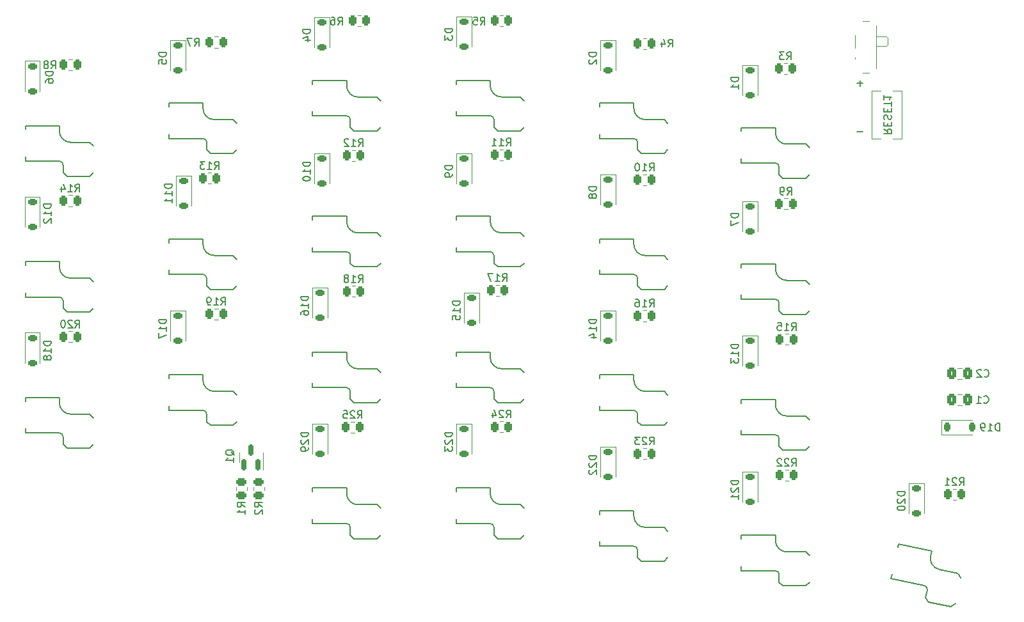
<source format=gbo>
G04 #@! TF.GenerationSoftware,KiCad,Pcbnew,7.0.5-0*
G04 #@! TF.CreationDate,2023-09-10T21:21:40+09:30*
G04 #@! TF.ProjectId,Rolio,526f6c69-6f2e-46b6-9963-61645f706362,rev?*
G04 #@! TF.SameCoordinates,Original*
G04 #@! TF.FileFunction,Legend,Bot*
G04 #@! TF.FilePolarity,Positive*
%FSLAX46Y46*%
G04 Gerber Fmt 4.6, Leading zero omitted, Abs format (unit mm)*
G04 Created by KiCad (PCBNEW 7.0.5-0) date 2023-09-10 21:21:40*
%MOMM*%
%LPD*%
G01*
G04 APERTURE LIST*
G04 Aperture macros list*
%AMRoundRect*
0 Rectangle with rounded corners*
0 $1 Rounding radius*
0 $2 $3 $4 $5 $6 $7 $8 $9 X,Y pos of 4 corners*
0 Add a 4 corners polygon primitive as box body*
4,1,4,$2,$3,$4,$5,$6,$7,$8,$9,$2,$3,0*
0 Add four circle primitives for the rounded corners*
1,1,$1+$1,$2,$3*
1,1,$1+$1,$4,$5*
1,1,$1+$1,$6,$7*
1,1,$1+$1,$8,$9*
0 Add four rect primitives between the rounded corners*
20,1,$1+$1,$2,$3,$4,$5,0*
20,1,$1+$1,$4,$5,$6,$7,0*
20,1,$1+$1,$6,$7,$8,$9,0*
20,1,$1+$1,$8,$9,$2,$3,0*%
%AMRotRect*
0 Rectangle, with rotation*
0 The origin of the aperture is its center*
0 $1 length*
0 $2 width*
0 $3 Rotation angle, in degrees counterclockwise*
0 Add horizontal line*
21,1,$1,$2,0,0,$3*%
G04 Aperture macros list end*
%ADD10C,0.150000*%
%ADD11C,0.120000*%
%ADD12C,1.701800*%
%ADD13C,3.000000*%
%ADD14C,3.429000*%
%ADD15C,0.990600*%
%ADD16R,2.600000X2.600000*%
%ADD17C,4.300000*%
%ADD18R,1.700000X1.700000*%
%ADD19O,1.700000X1.700000*%
%ADD20C,1.500000*%
%ADD21C,1.600000*%
%ADD22R,1.600000X1.600000*%
%ADD23O,1.600000X1.600000*%
%ADD24RotRect,2.600000X2.600000X348.000000*%
%ADD25R,1.350000X1.350000*%
%ADD26O,1.350000X1.350000*%
%ADD27RoundRect,0.250000X0.262500X0.450000X-0.262500X0.450000X-0.262500X-0.450000X0.262500X-0.450000X0*%
%ADD28RoundRect,0.225000X-0.375000X0.225000X-0.375000X-0.225000X0.375000X-0.225000X0.375000X0.225000X0*%
%ADD29RoundRect,0.250000X-0.337500X-0.475000X0.337500X-0.475000X0.337500X0.475000X-0.337500X0.475000X0*%
%ADD30RoundRect,0.250000X0.450000X-0.262500X0.450000X0.262500X-0.450000X0.262500X-0.450000X-0.262500X0*%
%ADD31R,0.800000X1.000000*%
%ADD32C,0.900000*%
%ADD33R,1.500000X0.700000*%
%ADD34R,1.000000X1.250000*%
%ADD35RoundRect,0.225000X-0.225000X-0.375000X0.225000X-0.375000X0.225000X0.375000X-0.225000X0.375000X0*%
%ADD36RoundRect,0.150000X0.150000X-0.587500X0.150000X0.587500X-0.150000X0.587500X-0.150000X-0.587500X0*%
G04 APERTURE END LIST*
D10*
X166541220Y-44610866D02*
X165779316Y-44610866D01*
X166160268Y-44991819D02*
X166160268Y-44229914D01*
X166541220Y-51050866D02*
X165779316Y-51050866D01*
X59143356Y-42658819D02*
X59476689Y-42182628D01*
X59714784Y-42658819D02*
X59714784Y-41658819D01*
X59714784Y-41658819D02*
X59333832Y-41658819D01*
X59333832Y-41658819D02*
X59238594Y-41706438D01*
X59238594Y-41706438D02*
X59190975Y-41754057D01*
X59190975Y-41754057D02*
X59143356Y-41849295D01*
X59143356Y-41849295D02*
X59143356Y-41992152D01*
X59143356Y-41992152D02*
X59190975Y-42087390D01*
X59190975Y-42087390D02*
X59238594Y-42135009D01*
X59238594Y-42135009D02*
X59333832Y-42182628D01*
X59333832Y-42182628D02*
X59714784Y-42182628D01*
X58571927Y-42087390D02*
X58667165Y-42039771D01*
X58667165Y-42039771D02*
X58714784Y-41992152D01*
X58714784Y-41992152D02*
X58762403Y-41896914D01*
X58762403Y-41896914D02*
X58762403Y-41849295D01*
X58762403Y-41849295D02*
X58714784Y-41754057D01*
X58714784Y-41754057D02*
X58667165Y-41706438D01*
X58667165Y-41706438D02*
X58571927Y-41658819D01*
X58571927Y-41658819D02*
X58381451Y-41658819D01*
X58381451Y-41658819D02*
X58286213Y-41706438D01*
X58286213Y-41706438D02*
X58238594Y-41754057D01*
X58238594Y-41754057D02*
X58190975Y-41849295D01*
X58190975Y-41849295D02*
X58190975Y-41896914D01*
X58190975Y-41896914D02*
X58238594Y-41992152D01*
X58238594Y-41992152D02*
X58286213Y-42039771D01*
X58286213Y-42039771D02*
X58381451Y-42087390D01*
X58381451Y-42087390D02*
X58571927Y-42087390D01*
X58571927Y-42087390D02*
X58667165Y-42135009D01*
X58667165Y-42135009D02*
X58714784Y-42182628D01*
X58714784Y-42182628D02*
X58762403Y-42277866D01*
X58762403Y-42277866D02*
X58762403Y-42468342D01*
X58762403Y-42468342D02*
X58714784Y-42563580D01*
X58714784Y-42563580D02*
X58667165Y-42611200D01*
X58667165Y-42611200D02*
X58571927Y-42658819D01*
X58571927Y-42658819D02*
X58381451Y-42658819D01*
X58381451Y-42658819D02*
X58286213Y-42611200D01*
X58286213Y-42611200D02*
X58238594Y-42563580D01*
X58238594Y-42563580D02*
X58190975Y-42468342D01*
X58190975Y-42468342D02*
X58190975Y-42277866D01*
X58190975Y-42277866D02*
X58238594Y-42182628D01*
X58238594Y-42182628D02*
X58286213Y-42135009D01*
X58286213Y-42135009D02*
X58381451Y-42087390D01*
X74400819Y-75873714D02*
X73400819Y-75873714D01*
X73400819Y-75873714D02*
X73400819Y-76111809D01*
X73400819Y-76111809D02*
X73448438Y-76254666D01*
X73448438Y-76254666D02*
X73543676Y-76349904D01*
X73543676Y-76349904D02*
X73638914Y-76397523D01*
X73638914Y-76397523D02*
X73829390Y-76445142D01*
X73829390Y-76445142D02*
X73972247Y-76445142D01*
X73972247Y-76445142D02*
X74162723Y-76397523D01*
X74162723Y-76397523D02*
X74257961Y-76349904D01*
X74257961Y-76349904D02*
X74353200Y-76254666D01*
X74353200Y-76254666D02*
X74400819Y-76111809D01*
X74400819Y-76111809D02*
X74400819Y-75873714D01*
X74400819Y-77397523D02*
X74400819Y-76826095D01*
X74400819Y-77111809D02*
X73400819Y-77111809D01*
X73400819Y-77111809D02*
X73543676Y-77016571D01*
X73543676Y-77016571D02*
X73638914Y-76921333D01*
X73638914Y-76921333D02*
X73686533Y-76826095D01*
X73400819Y-77730857D02*
X73400819Y-78397523D01*
X73400819Y-78397523D02*
X74400819Y-77968952D01*
X182538666Y-86888580D02*
X182586285Y-86936200D01*
X182586285Y-86936200D02*
X182729142Y-86983819D01*
X182729142Y-86983819D02*
X182824380Y-86983819D01*
X182824380Y-86983819D02*
X182967237Y-86936200D01*
X182967237Y-86936200D02*
X183062475Y-86840961D01*
X183062475Y-86840961D02*
X183110094Y-86745723D01*
X183110094Y-86745723D02*
X183157713Y-86555247D01*
X183157713Y-86555247D02*
X183157713Y-86412390D01*
X183157713Y-86412390D02*
X183110094Y-86221914D01*
X183110094Y-86221914D02*
X183062475Y-86126676D01*
X183062475Y-86126676D02*
X182967237Y-86031438D01*
X182967237Y-86031438D02*
X182824380Y-85983819D01*
X182824380Y-85983819D02*
X182729142Y-85983819D01*
X182729142Y-85983819D02*
X182586285Y-86031438D01*
X182586285Y-86031438D02*
X182538666Y-86079057D01*
X181586285Y-86983819D02*
X182157713Y-86983819D01*
X181871999Y-86983819D02*
X181871999Y-85983819D01*
X181871999Y-85983819D02*
X181967237Y-86126676D01*
X181967237Y-86126676D02*
X182062475Y-86221914D01*
X182062475Y-86221914D02*
X182157713Y-86269533D01*
X93450819Y-55045714D02*
X92450819Y-55045714D01*
X92450819Y-55045714D02*
X92450819Y-55283809D01*
X92450819Y-55283809D02*
X92498438Y-55426666D01*
X92498438Y-55426666D02*
X92593676Y-55521904D01*
X92593676Y-55521904D02*
X92688914Y-55569523D01*
X92688914Y-55569523D02*
X92879390Y-55617142D01*
X92879390Y-55617142D02*
X93022247Y-55617142D01*
X93022247Y-55617142D02*
X93212723Y-55569523D01*
X93212723Y-55569523D02*
X93307961Y-55521904D01*
X93307961Y-55521904D02*
X93403200Y-55426666D01*
X93403200Y-55426666D02*
X93450819Y-55283809D01*
X93450819Y-55283809D02*
X93450819Y-55045714D01*
X93450819Y-56569523D02*
X93450819Y-55998095D01*
X93450819Y-56283809D02*
X92450819Y-56283809D01*
X92450819Y-56283809D02*
X92593676Y-56188571D01*
X92593676Y-56188571D02*
X92688914Y-56093333D01*
X92688914Y-56093333D02*
X92736533Y-55998095D01*
X92450819Y-57188571D02*
X92450819Y-57283809D01*
X92450819Y-57283809D02*
X92498438Y-57379047D01*
X92498438Y-57379047D02*
X92546057Y-57426666D01*
X92546057Y-57426666D02*
X92641295Y-57474285D01*
X92641295Y-57474285D02*
X92831771Y-57521904D01*
X92831771Y-57521904D02*
X93069866Y-57521904D01*
X93069866Y-57521904D02*
X93260342Y-57474285D01*
X93260342Y-57474285D02*
X93355580Y-57426666D01*
X93355580Y-57426666D02*
X93403200Y-57379047D01*
X93403200Y-57379047D02*
X93450819Y-57283809D01*
X93450819Y-57283809D02*
X93450819Y-57188571D01*
X93450819Y-57188571D02*
X93403200Y-57093333D01*
X93403200Y-57093333D02*
X93355580Y-57045714D01*
X93355580Y-57045714D02*
X93260342Y-56998095D01*
X93260342Y-56998095D02*
X93069866Y-56950476D01*
X93069866Y-56950476D02*
X92831771Y-56950476D01*
X92831771Y-56950476D02*
X92641295Y-56998095D01*
X92641295Y-56998095D02*
X92546057Y-57045714D01*
X92546057Y-57045714D02*
X92498438Y-57093333D01*
X92498438Y-57093333D02*
X92450819Y-57188571D01*
X150092819Y-79175714D02*
X149092819Y-79175714D01*
X149092819Y-79175714D02*
X149092819Y-79413809D01*
X149092819Y-79413809D02*
X149140438Y-79556666D01*
X149140438Y-79556666D02*
X149235676Y-79651904D01*
X149235676Y-79651904D02*
X149330914Y-79699523D01*
X149330914Y-79699523D02*
X149521390Y-79747142D01*
X149521390Y-79747142D02*
X149664247Y-79747142D01*
X149664247Y-79747142D02*
X149854723Y-79699523D01*
X149854723Y-79699523D02*
X149949961Y-79651904D01*
X149949961Y-79651904D02*
X150045200Y-79556666D01*
X150045200Y-79556666D02*
X150092819Y-79413809D01*
X150092819Y-79413809D02*
X150092819Y-79175714D01*
X150092819Y-80699523D02*
X150092819Y-80128095D01*
X150092819Y-80413809D02*
X149092819Y-80413809D01*
X149092819Y-80413809D02*
X149235676Y-80318571D01*
X149235676Y-80318571D02*
X149330914Y-80223333D01*
X149330914Y-80223333D02*
X149378533Y-80128095D01*
X149092819Y-81032857D02*
X149092819Y-81651904D01*
X149092819Y-81651904D02*
X149473771Y-81318571D01*
X149473771Y-81318571D02*
X149473771Y-81461428D01*
X149473771Y-81461428D02*
X149521390Y-81556666D01*
X149521390Y-81556666D02*
X149569009Y-81604285D01*
X149569009Y-81604285D02*
X149664247Y-81651904D01*
X149664247Y-81651904D02*
X149902342Y-81651904D01*
X149902342Y-81651904D02*
X149997580Y-81604285D01*
X149997580Y-81604285D02*
X150045200Y-81556666D01*
X150045200Y-81556666D02*
X150092819Y-81461428D01*
X150092819Y-81461428D02*
X150092819Y-81175714D01*
X150092819Y-81175714D02*
X150045200Y-81080476D01*
X150045200Y-81080476D02*
X149997580Y-81032857D01*
X99806357Y-52974819D02*
X100139690Y-52498628D01*
X100377785Y-52974819D02*
X100377785Y-51974819D01*
X100377785Y-51974819D02*
X99996833Y-51974819D01*
X99996833Y-51974819D02*
X99901595Y-52022438D01*
X99901595Y-52022438D02*
X99853976Y-52070057D01*
X99853976Y-52070057D02*
X99806357Y-52165295D01*
X99806357Y-52165295D02*
X99806357Y-52308152D01*
X99806357Y-52308152D02*
X99853976Y-52403390D01*
X99853976Y-52403390D02*
X99901595Y-52451009D01*
X99901595Y-52451009D02*
X99996833Y-52498628D01*
X99996833Y-52498628D02*
X100377785Y-52498628D01*
X98853976Y-52974819D02*
X99425404Y-52974819D01*
X99139690Y-52974819D02*
X99139690Y-51974819D01*
X99139690Y-51974819D02*
X99234928Y-52117676D01*
X99234928Y-52117676D02*
X99330166Y-52212914D01*
X99330166Y-52212914D02*
X99425404Y-52260533D01*
X98473023Y-52070057D02*
X98425404Y-52022438D01*
X98425404Y-52022438D02*
X98330166Y-51974819D01*
X98330166Y-51974819D02*
X98092071Y-51974819D01*
X98092071Y-51974819D02*
X97996833Y-52022438D01*
X97996833Y-52022438D02*
X97949214Y-52070057D01*
X97949214Y-52070057D02*
X97901595Y-52165295D01*
X97901595Y-52165295D02*
X97901595Y-52260533D01*
X97901595Y-52260533D02*
X97949214Y-52403390D01*
X97949214Y-52403390D02*
X98520642Y-52974819D01*
X98520642Y-52974819D02*
X97901595Y-52974819D01*
X150092819Y-43837905D02*
X149092819Y-43837905D01*
X149092819Y-43837905D02*
X149092819Y-44076000D01*
X149092819Y-44076000D02*
X149140438Y-44218857D01*
X149140438Y-44218857D02*
X149235676Y-44314095D01*
X149235676Y-44314095D02*
X149330914Y-44361714D01*
X149330914Y-44361714D02*
X149521390Y-44409333D01*
X149521390Y-44409333D02*
X149664247Y-44409333D01*
X149664247Y-44409333D02*
X149854723Y-44361714D01*
X149854723Y-44361714D02*
X149949961Y-44314095D01*
X149949961Y-44314095D02*
X150045200Y-44218857D01*
X150045200Y-44218857D02*
X150092819Y-44076000D01*
X150092819Y-44076000D02*
X150092819Y-43837905D01*
X150092819Y-45361714D02*
X150092819Y-44790286D01*
X150092819Y-45076000D02*
X149092819Y-45076000D01*
X149092819Y-45076000D02*
X149235676Y-44980762D01*
X149235676Y-44980762D02*
X149330914Y-44885524D01*
X149330914Y-44885524D02*
X149378533Y-44790286D01*
X138310857Y-56208819D02*
X138644190Y-55732628D01*
X138882285Y-56208819D02*
X138882285Y-55208819D01*
X138882285Y-55208819D02*
X138501333Y-55208819D01*
X138501333Y-55208819D02*
X138406095Y-55256438D01*
X138406095Y-55256438D02*
X138358476Y-55304057D01*
X138358476Y-55304057D02*
X138310857Y-55399295D01*
X138310857Y-55399295D02*
X138310857Y-55542152D01*
X138310857Y-55542152D02*
X138358476Y-55637390D01*
X138358476Y-55637390D02*
X138406095Y-55685009D01*
X138406095Y-55685009D02*
X138501333Y-55732628D01*
X138501333Y-55732628D02*
X138882285Y-55732628D01*
X137358476Y-56208819D02*
X137929904Y-56208819D01*
X137644190Y-56208819D02*
X137644190Y-55208819D01*
X137644190Y-55208819D02*
X137739428Y-55351676D01*
X137739428Y-55351676D02*
X137834666Y-55446914D01*
X137834666Y-55446914D02*
X137929904Y-55494533D01*
X136739428Y-55208819D02*
X136644190Y-55208819D01*
X136644190Y-55208819D02*
X136548952Y-55256438D01*
X136548952Y-55256438D02*
X136501333Y-55304057D01*
X136501333Y-55304057D02*
X136453714Y-55399295D01*
X136453714Y-55399295D02*
X136406095Y-55589771D01*
X136406095Y-55589771D02*
X136406095Y-55827866D01*
X136406095Y-55827866D02*
X136453714Y-56018342D01*
X136453714Y-56018342D02*
X136501333Y-56113580D01*
X136501333Y-56113580D02*
X136548952Y-56161200D01*
X136548952Y-56161200D02*
X136644190Y-56208819D01*
X136644190Y-56208819D02*
X136739428Y-56208819D01*
X136739428Y-56208819D02*
X136834666Y-56161200D01*
X136834666Y-56161200D02*
X136882285Y-56113580D01*
X136882285Y-56113580D02*
X136929904Y-56018342D01*
X136929904Y-56018342D02*
X136977523Y-55827866D01*
X136977523Y-55827866D02*
X136977523Y-55589771D01*
X136977523Y-55589771D02*
X136929904Y-55399295D01*
X136929904Y-55399295D02*
X136882285Y-55304057D01*
X136882285Y-55304057D02*
X136834666Y-55256438D01*
X136834666Y-55256438D02*
X136739428Y-55208819D01*
X59163219Y-60627714D02*
X58163219Y-60627714D01*
X58163219Y-60627714D02*
X58163219Y-60865809D01*
X58163219Y-60865809D02*
X58210838Y-61008666D01*
X58210838Y-61008666D02*
X58306076Y-61103904D01*
X58306076Y-61103904D02*
X58401314Y-61151523D01*
X58401314Y-61151523D02*
X58591790Y-61199142D01*
X58591790Y-61199142D02*
X58734647Y-61199142D01*
X58734647Y-61199142D02*
X58925123Y-61151523D01*
X58925123Y-61151523D02*
X59020361Y-61103904D01*
X59020361Y-61103904D02*
X59115600Y-61008666D01*
X59115600Y-61008666D02*
X59163219Y-60865809D01*
X59163219Y-60865809D02*
X59163219Y-60627714D01*
X59163219Y-62151523D02*
X59163219Y-61580095D01*
X59163219Y-61865809D02*
X58163219Y-61865809D01*
X58163219Y-61865809D02*
X58306076Y-61770571D01*
X58306076Y-61770571D02*
X58401314Y-61675333D01*
X58401314Y-61675333D02*
X58448933Y-61580095D01*
X58258457Y-62532476D02*
X58210838Y-62580095D01*
X58210838Y-62580095D02*
X58163219Y-62675333D01*
X58163219Y-62675333D02*
X58163219Y-62913428D01*
X58163219Y-62913428D02*
X58210838Y-63008666D01*
X58210838Y-63008666D02*
X58258457Y-63056285D01*
X58258457Y-63056285D02*
X58353695Y-63103904D01*
X58353695Y-63103904D02*
X58448933Y-63103904D01*
X58448933Y-63103904D02*
X58591790Y-63056285D01*
X58591790Y-63056285D02*
X59163219Y-62484857D01*
X59163219Y-62484857D02*
X59163219Y-63103904D01*
X182581666Y-83417580D02*
X182629285Y-83465200D01*
X182629285Y-83465200D02*
X182772142Y-83512819D01*
X182772142Y-83512819D02*
X182867380Y-83512819D01*
X182867380Y-83512819D02*
X183010237Y-83465200D01*
X183010237Y-83465200D02*
X183105475Y-83369961D01*
X183105475Y-83369961D02*
X183153094Y-83274723D01*
X183153094Y-83274723D02*
X183200713Y-83084247D01*
X183200713Y-83084247D02*
X183200713Y-82941390D01*
X183200713Y-82941390D02*
X183153094Y-82750914D01*
X183153094Y-82750914D02*
X183105475Y-82655676D01*
X183105475Y-82655676D02*
X183010237Y-82560438D01*
X183010237Y-82560438D02*
X182867380Y-82512819D01*
X182867380Y-82512819D02*
X182772142Y-82512819D01*
X182772142Y-82512819D02*
X182629285Y-82560438D01*
X182629285Y-82560438D02*
X182581666Y-82608057D01*
X182200713Y-82608057D02*
X182153094Y-82560438D01*
X182153094Y-82560438D02*
X182057856Y-82512819D01*
X182057856Y-82512819D02*
X181819761Y-82512819D01*
X181819761Y-82512819D02*
X181724523Y-82560438D01*
X181724523Y-82560438D02*
X181676904Y-82608057D01*
X181676904Y-82608057D02*
X181629285Y-82703295D01*
X181629285Y-82703295D02*
X181629285Y-82798533D01*
X181629285Y-82798533D02*
X181676904Y-82941390D01*
X181676904Y-82941390D02*
X182248332Y-83512819D01*
X182248332Y-83512819D02*
X181629285Y-83512819D01*
X131296819Y-75873714D02*
X130296819Y-75873714D01*
X130296819Y-75873714D02*
X130296819Y-76111809D01*
X130296819Y-76111809D02*
X130344438Y-76254666D01*
X130344438Y-76254666D02*
X130439676Y-76349904D01*
X130439676Y-76349904D02*
X130534914Y-76397523D01*
X130534914Y-76397523D02*
X130725390Y-76445142D01*
X130725390Y-76445142D02*
X130868247Y-76445142D01*
X130868247Y-76445142D02*
X131058723Y-76397523D01*
X131058723Y-76397523D02*
X131153961Y-76349904D01*
X131153961Y-76349904D02*
X131249200Y-76254666D01*
X131249200Y-76254666D02*
X131296819Y-76111809D01*
X131296819Y-76111809D02*
X131296819Y-75873714D01*
X131296819Y-77397523D02*
X131296819Y-76826095D01*
X131296819Y-77111809D02*
X130296819Y-77111809D01*
X130296819Y-77111809D02*
X130439676Y-77016571D01*
X130439676Y-77016571D02*
X130534914Y-76921333D01*
X130534914Y-76921333D02*
X130582533Y-76826095D01*
X130630152Y-78254666D02*
X131296819Y-78254666D01*
X130249200Y-78016571D02*
X130963485Y-77778476D01*
X130963485Y-77778476D02*
X130963485Y-78397523D01*
X87068819Y-100733333D02*
X86592628Y-100400000D01*
X87068819Y-100161905D02*
X86068819Y-100161905D01*
X86068819Y-100161905D02*
X86068819Y-100542857D01*
X86068819Y-100542857D02*
X86116438Y-100638095D01*
X86116438Y-100638095D02*
X86164057Y-100685714D01*
X86164057Y-100685714D02*
X86259295Y-100733333D01*
X86259295Y-100733333D02*
X86402152Y-100733333D01*
X86402152Y-100733333D02*
X86497390Y-100685714D01*
X86497390Y-100685714D02*
X86545009Y-100638095D01*
X86545009Y-100638095D02*
X86592628Y-100542857D01*
X86592628Y-100542857D02*
X86592628Y-100161905D01*
X86164057Y-101114286D02*
X86116438Y-101161905D01*
X86116438Y-101161905D02*
X86068819Y-101257143D01*
X86068819Y-101257143D02*
X86068819Y-101495238D01*
X86068819Y-101495238D02*
X86116438Y-101590476D01*
X86116438Y-101590476D02*
X86164057Y-101638095D01*
X86164057Y-101638095D02*
X86259295Y-101685714D01*
X86259295Y-101685714D02*
X86354533Y-101685714D01*
X86354533Y-101685714D02*
X86497390Y-101638095D01*
X86497390Y-101638095D02*
X87068819Y-101066667D01*
X87068819Y-101066667D02*
X87068819Y-101685714D01*
X179308357Y-97864819D02*
X179641690Y-97388628D01*
X179879785Y-97864819D02*
X179879785Y-96864819D01*
X179879785Y-96864819D02*
X179498833Y-96864819D01*
X179498833Y-96864819D02*
X179403595Y-96912438D01*
X179403595Y-96912438D02*
X179355976Y-96960057D01*
X179355976Y-96960057D02*
X179308357Y-97055295D01*
X179308357Y-97055295D02*
X179308357Y-97198152D01*
X179308357Y-97198152D02*
X179355976Y-97293390D01*
X179355976Y-97293390D02*
X179403595Y-97341009D01*
X179403595Y-97341009D02*
X179498833Y-97388628D01*
X179498833Y-97388628D02*
X179879785Y-97388628D01*
X178927404Y-96960057D02*
X178879785Y-96912438D01*
X178879785Y-96912438D02*
X178784547Y-96864819D01*
X178784547Y-96864819D02*
X178546452Y-96864819D01*
X178546452Y-96864819D02*
X178451214Y-96912438D01*
X178451214Y-96912438D02*
X178403595Y-96960057D01*
X178403595Y-96960057D02*
X178355976Y-97055295D01*
X178355976Y-97055295D02*
X178355976Y-97150533D01*
X178355976Y-97150533D02*
X178403595Y-97293390D01*
X178403595Y-97293390D02*
X178975023Y-97864819D01*
X178975023Y-97864819D02*
X178355976Y-97864819D01*
X177403595Y-97864819D02*
X177975023Y-97864819D01*
X177689309Y-97864819D02*
X177689309Y-96864819D01*
X177689309Y-96864819D02*
X177784547Y-97007676D01*
X177784547Y-97007676D02*
X177879785Y-97102914D01*
X177879785Y-97102914D02*
X177975023Y-97150533D01*
X113262819Y-73461714D02*
X112262819Y-73461714D01*
X112262819Y-73461714D02*
X112262819Y-73699809D01*
X112262819Y-73699809D02*
X112310438Y-73842666D01*
X112310438Y-73842666D02*
X112405676Y-73937904D01*
X112405676Y-73937904D02*
X112500914Y-73985523D01*
X112500914Y-73985523D02*
X112691390Y-74033142D01*
X112691390Y-74033142D02*
X112834247Y-74033142D01*
X112834247Y-74033142D02*
X113024723Y-73985523D01*
X113024723Y-73985523D02*
X113119961Y-73937904D01*
X113119961Y-73937904D02*
X113215200Y-73842666D01*
X113215200Y-73842666D02*
X113262819Y-73699809D01*
X113262819Y-73699809D02*
X113262819Y-73461714D01*
X113262819Y-74985523D02*
X113262819Y-74414095D01*
X113262819Y-74699809D02*
X112262819Y-74699809D01*
X112262819Y-74699809D02*
X112405676Y-74604571D01*
X112405676Y-74604571D02*
X112500914Y-74509333D01*
X112500914Y-74509333D02*
X112548533Y-74414095D01*
X112262819Y-75890285D02*
X112262819Y-75414095D01*
X112262819Y-75414095D02*
X112739009Y-75366476D01*
X112739009Y-75366476D02*
X112691390Y-75414095D01*
X112691390Y-75414095D02*
X112643771Y-75509333D01*
X112643771Y-75509333D02*
X112643771Y-75747428D01*
X112643771Y-75747428D02*
X112691390Y-75842666D01*
X112691390Y-75842666D02*
X112739009Y-75890285D01*
X112739009Y-75890285D02*
X112834247Y-75937904D01*
X112834247Y-75937904D02*
X113072342Y-75937904D01*
X113072342Y-75937904D02*
X113167580Y-75890285D01*
X113167580Y-75890285D02*
X113215200Y-75842666D01*
X113215200Y-75842666D02*
X113262819Y-75747428D01*
X113262819Y-75747428D02*
X113262819Y-75509333D01*
X113262819Y-75509333D02*
X113215200Y-75414095D01*
X113215200Y-75414095D02*
X113167580Y-75366476D01*
X99806357Y-70974819D02*
X100139690Y-70498628D01*
X100377785Y-70974819D02*
X100377785Y-69974819D01*
X100377785Y-69974819D02*
X99996833Y-69974819D01*
X99996833Y-69974819D02*
X99901595Y-70022438D01*
X99901595Y-70022438D02*
X99853976Y-70070057D01*
X99853976Y-70070057D02*
X99806357Y-70165295D01*
X99806357Y-70165295D02*
X99806357Y-70308152D01*
X99806357Y-70308152D02*
X99853976Y-70403390D01*
X99853976Y-70403390D02*
X99901595Y-70451009D01*
X99901595Y-70451009D02*
X99996833Y-70498628D01*
X99996833Y-70498628D02*
X100377785Y-70498628D01*
X98853976Y-70974819D02*
X99425404Y-70974819D01*
X99139690Y-70974819D02*
X99139690Y-69974819D01*
X99139690Y-69974819D02*
X99234928Y-70117676D01*
X99234928Y-70117676D02*
X99330166Y-70212914D01*
X99330166Y-70212914D02*
X99425404Y-70260533D01*
X98282547Y-70403390D02*
X98377785Y-70355771D01*
X98377785Y-70355771D02*
X98425404Y-70308152D01*
X98425404Y-70308152D02*
X98473023Y-70212914D01*
X98473023Y-70212914D02*
X98473023Y-70165295D01*
X98473023Y-70165295D02*
X98425404Y-70070057D01*
X98425404Y-70070057D02*
X98377785Y-70022438D01*
X98377785Y-70022438D02*
X98282547Y-69974819D01*
X98282547Y-69974819D02*
X98092071Y-69974819D01*
X98092071Y-69974819D02*
X97996833Y-70022438D01*
X97996833Y-70022438D02*
X97949214Y-70070057D01*
X97949214Y-70070057D02*
X97901595Y-70165295D01*
X97901595Y-70165295D02*
X97901595Y-70212914D01*
X97901595Y-70212914D02*
X97949214Y-70308152D01*
X97949214Y-70308152D02*
X97996833Y-70355771D01*
X97996833Y-70355771D02*
X98092071Y-70403390D01*
X98092071Y-70403390D02*
X98282547Y-70403390D01*
X98282547Y-70403390D02*
X98377785Y-70451009D01*
X98377785Y-70451009D02*
X98425404Y-70498628D01*
X98425404Y-70498628D02*
X98473023Y-70593866D01*
X98473023Y-70593866D02*
X98473023Y-70784342D01*
X98473023Y-70784342D02*
X98425404Y-70879580D01*
X98425404Y-70879580D02*
X98377785Y-70927200D01*
X98377785Y-70927200D02*
X98282547Y-70974819D01*
X98282547Y-70974819D02*
X98092071Y-70974819D01*
X98092071Y-70974819D02*
X97996833Y-70927200D01*
X97996833Y-70927200D02*
X97949214Y-70879580D01*
X97949214Y-70879580D02*
X97901595Y-70784342D01*
X97901595Y-70784342D02*
X97901595Y-70593866D01*
X97901595Y-70593866D02*
X97949214Y-70498628D01*
X97949214Y-70498628D02*
X97996833Y-70451009D01*
X97996833Y-70451009D02*
X98092071Y-70403390D01*
X81639547Y-73974819D02*
X81972880Y-73498628D01*
X82210975Y-73974819D02*
X82210975Y-72974819D01*
X82210975Y-72974819D02*
X81830023Y-72974819D01*
X81830023Y-72974819D02*
X81734785Y-73022438D01*
X81734785Y-73022438D02*
X81687166Y-73070057D01*
X81687166Y-73070057D02*
X81639547Y-73165295D01*
X81639547Y-73165295D02*
X81639547Y-73308152D01*
X81639547Y-73308152D02*
X81687166Y-73403390D01*
X81687166Y-73403390D02*
X81734785Y-73451009D01*
X81734785Y-73451009D02*
X81830023Y-73498628D01*
X81830023Y-73498628D02*
X82210975Y-73498628D01*
X80687166Y-73974819D02*
X81258594Y-73974819D01*
X80972880Y-73974819D02*
X80972880Y-72974819D01*
X80972880Y-72974819D02*
X81068118Y-73117676D01*
X81068118Y-73117676D02*
X81163356Y-73212914D01*
X81163356Y-73212914D02*
X81258594Y-73260533D01*
X80210975Y-73974819D02*
X80020499Y-73974819D01*
X80020499Y-73974819D02*
X79925261Y-73927200D01*
X79925261Y-73927200D02*
X79877642Y-73879580D01*
X79877642Y-73879580D02*
X79782404Y-73736723D01*
X79782404Y-73736723D02*
X79734785Y-73546247D01*
X79734785Y-73546247D02*
X79734785Y-73165295D01*
X79734785Y-73165295D02*
X79782404Y-73070057D01*
X79782404Y-73070057D02*
X79830023Y-73022438D01*
X79830023Y-73022438D02*
X79925261Y-72974819D01*
X79925261Y-72974819D02*
X80115737Y-72974819D01*
X80115737Y-72974819D02*
X80210975Y-73022438D01*
X80210975Y-73022438D02*
X80258594Y-73070057D01*
X80258594Y-73070057D02*
X80306213Y-73165295D01*
X80306213Y-73165295D02*
X80306213Y-73403390D01*
X80306213Y-73403390D02*
X80258594Y-73498628D01*
X80258594Y-73498628D02*
X80210975Y-73546247D01*
X80210975Y-73546247D02*
X80115737Y-73593866D01*
X80115737Y-73593866D02*
X79925261Y-73593866D01*
X79925261Y-73593866D02*
X79830023Y-73546247D01*
X79830023Y-73546247D02*
X79782404Y-73498628D01*
X79782404Y-73498628D02*
X79734785Y-73403390D01*
X62335547Y-58974819D02*
X62668880Y-58498628D01*
X62906975Y-58974819D02*
X62906975Y-57974819D01*
X62906975Y-57974819D02*
X62526023Y-57974819D01*
X62526023Y-57974819D02*
X62430785Y-58022438D01*
X62430785Y-58022438D02*
X62383166Y-58070057D01*
X62383166Y-58070057D02*
X62335547Y-58165295D01*
X62335547Y-58165295D02*
X62335547Y-58308152D01*
X62335547Y-58308152D02*
X62383166Y-58403390D01*
X62383166Y-58403390D02*
X62430785Y-58451009D01*
X62430785Y-58451009D02*
X62526023Y-58498628D01*
X62526023Y-58498628D02*
X62906975Y-58498628D01*
X61383166Y-58974819D02*
X61954594Y-58974819D01*
X61668880Y-58974819D02*
X61668880Y-57974819D01*
X61668880Y-57974819D02*
X61764118Y-58117676D01*
X61764118Y-58117676D02*
X61859356Y-58212914D01*
X61859356Y-58212914D02*
X61954594Y-58260533D01*
X60526023Y-58308152D02*
X60526023Y-58974819D01*
X60764118Y-57927200D02*
X61002213Y-58641485D01*
X61002213Y-58641485D02*
X60383166Y-58641485D01*
X112246819Y-37361905D02*
X111246819Y-37361905D01*
X111246819Y-37361905D02*
X111246819Y-37600000D01*
X111246819Y-37600000D02*
X111294438Y-37742857D01*
X111294438Y-37742857D02*
X111389676Y-37838095D01*
X111389676Y-37838095D02*
X111484914Y-37885714D01*
X111484914Y-37885714D02*
X111675390Y-37933333D01*
X111675390Y-37933333D02*
X111818247Y-37933333D01*
X111818247Y-37933333D02*
X112008723Y-37885714D01*
X112008723Y-37885714D02*
X112103961Y-37838095D01*
X112103961Y-37838095D02*
X112199200Y-37742857D01*
X112199200Y-37742857D02*
X112246819Y-37600000D01*
X112246819Y-37600000D02*
X112246819Y-37361905D01*
X111246819Y-38266667D02*
X111246819Y-38885714D01*
X111246819Y-38885714D02*
X111627771Y-38552381D01*
X111627771Y-38552381D02*
X111627771Y-38695238D01*
X111627771Y-38695238D02*
X111675390Y-38790476D01*
X111675390Y-38790476D02*
X111723009Y-38838095D01*
X111723009Y-38838095D02*
X111818247Y-38885714D01*
X111818247Y-38885714D02*
X112056342Y-38885714D01*
X112056342Y-38885714D02*
X112151580Y-38838095D01*
X112151580Y-38838095D02*
X112199200Y-38790476D01*
X112199200Y-38790476D02*
X112246819Y-38695238D01*
X112246819Y-38695238D02*
X112246819Y-38409524D01*
X112246819Y-38409524D02*
X112199200Y-38314286D01*
X112199200Y-38314286D02*
X112151580Y-38266667D01*
X119364357Y-88906819D02*
X119697690Y-88430628D01*
X119935785Y-88906819D02*
X119935785Y-87906819D01*
X119935785Y-87906819D02*
X119554833Y-87906819D01*
X119554833Y-87906819D02*
X119459595Y-87954438D01*
X119459595Y-87954438D02*
X119411976Y-88002057D01*
X119411976Y-88002057D02*
X119364357Y-88097295D01*
X119364357Y-88097295D02*
X119364357Y-88240152D01*
X119364357Y-88240152D02*
X119411976Y-88335390D01*
X119411976Y-88335390D02*
X119459595Y-88383009D01*
X119459595Y-88383009D02*
X119554833Y-88430628D01*
X119554833Y-88430628D02*
X119935785Y-88430628D01*
X118983404Y-88002057D02*
X118935785Y-87954438D01*
X118935785Y-87954438D02*
X118840547Y-87906819D01*
X118840547Y-87906819D02*
X118602452Y-87906819D01*
X118602452Y-87906819D02*
X118507214Y-87954438D01*
X118507214Y-87954438D02*
X118459595Y-88002057D01*
X118459595Y-88002057D02*
X118411976Y-88097295D01*
X118411976Y-88097295D02*
X118411976Y-88192533D01*
X118411976Y-88192533D02*
X118459595Y-88335390D01*
X118459595Y-88335390D02*
X119031023Y-88906819D01*
X119031023Y-88906819D02*
X118411976Y-88906819D01*
X117554833Y-88240152D02*
X117554833Y-88906819D01*
X117792928Y-87859200D02*
X118031023Y-88573485D01*
X118031023Y-88573485D02*
X117411976Y-88573485D01*
X84782819Y-100733333D02*
X84306628Y-100400000D01*
X84782819Y-100161905D02*
X83782819Y-100161905D01*
X83782819Y-100161905D02*
X83782819Y-100542857D01*
X83782819Y-100542857D02*
X83830438Y-100638095D01*
X83830438Y-100638095D02*
X83878057Y-100685714D01*
X83878057Y-100685714D02*
X83973295Y-100733333D01*
X83973295Y-100733333D02*
X84116152Y-100733333D01*
X84116152Y-100733333D02*
X84211390Y-100685714D01*
X84211390Y-100685714D02*
X84259009Y-100638095D01*
X84259009Y-100638095D02*
X84306628Y-100542857D01*
X84306628Y-100542857D02*
X84306628Y-100161905D01*
X84782819Y-101685714D02*
X84782819Y-101114286D01*
X84782819Y-101400000D02*
X83782819Y-101400000D01*
X83782819Y-101400000D02*
X83925676Y-101304762D01*
X83925676Y-101304762D02*
X84020914Y-101209524D01*
X84020914Y-101209524D02*
X84068533Y-101114286D01*
X131296819Y-93911714D02*
X130296819Y-93911714D01*
X130296819Y-93911714D02*
X130296819Y-94149809D01*
X130296819Y-94149809D02*
X130344438Y-94292666D01*
X130344438Y-94292666D02*
X130439676Y-94387904D01*
X130439676Y-94387904D02*
X130534914Y-94435523D01*
X130534914Y-94435523D02*
X130725390Y-94483142D01*
X130725390Y-94483142D02*
X130868247Y-94483142D01*
X130868247Y-94483142D02*
X131058723Y-94435523D01*
X131058723Y-94435523D02*
X131153961Y-94387904D01*
X131153961Y-94387904D02*
X131249200Y-94292666D01*
X131249200Y-94292666D02*
X131296819Y-94149809D01*
X131296819Y-94149809D02*
X131296819Y-93911714D01*
X130392057Y-94864095D02*
X130344438Y-94911714D01*
X130344438Y-94911714D02*
X130296819Y-95006952D01*
X130296819Y-95006952D02*
X130296819Y-95245047D01*
X130296819Y-95245047D02*
X130344438Y-95340285D01*
X130344438Y-95340285D02*
X130392057Y-95387904D01*
X130392057Y-95387904D02*
X130487295Y-95435523D01*
X130487295Y-95435523D02*
X130582533Y-95435523D01*
X130582533Y-95435523D02*
X130725390Y-95387904D01*
X130725390Y-95387904D02*
X131296819Y-94816476D01*
X131296819Y-94816476D02*
X131296819Y-95435523D01*
X130392057Y-95816476D02*
X130344438Y-95864095D01*
X130344438Y-95864095D02*
X130296819Y-95959333D01*
X130296819Y-95959333D02*
X130296819Y-96197428D01*
X130296819Y-96197428D02*
X130344438Y-96292666D01*
X130344438Y-96292666D02*
X130392057Y-96340285D01*
X130392057Y-96340285D02*
X130487295Y-96387904D01*
X130487295Y-96387904D02*
X130582533Y-96387904D01*
X130582533Y-96387904D02*
X130725390Y-96340285D01*
X130725390Y-96340285D02*
X131296819Y-95768857D01*
X131296819Y-95768857D02*
X131296819Y-96387904D01*
X112246819Y-90859714D02*
X111246819Y-90859714D01*
X111246819Y-90859714D02*
X111246819Y-91097809D01*
X111246819Y-91097809D02*
X111294438Y-91240666D01*
X111294438Y-91240666D02*
X111389676Y-91335904D01*
X111389676Y-91335904D02*
X111484914Y-91383523D01*
X111484914Y-91383523D02*
X111675390Y-91431142D01*
X111675390Y-91431142D02*
X111818247Y-91431142D01*
X111818247Y-91431142D02*
X112008723Y-91383523D01*
X112008723Y-91383523D02*
X112103961Y-91335904D01*
X112103961Y-91335904D02*
X112199200Y-91240666D01*
X112199200Y-91240666D02*
X112246819Y-91097809D01*
X112246819Y-91097809D02*
X112246819Y-90859714D01*
X111342057Y-91812095D02*
X111294438Y-91859714D01*
X111294438Y-91859714D02*
X111246819Y-91954952D01*
X111246819Y-91954952D02*
X111246819Y-92193047D01*
X111246819Y-92193047D02*
X111294438Y-92288285D01*
X111294438Y-92288285D02*
X111342057Y-92335904D01*
X111342057Y-92335904D02*
X111437295Y-92383523D01*
X111437295Y-92383523D02*
X111532533Y-92383523D01*
X111532533Y-92383523D02*
X111675390Y-92335904D01*
X111675390Y-92335904D02*
X112246819Y-91764476D01*
X112246819Y-91764476D02*
X112246819Y-92383523D01*
X111246819Y-92716857D02*
X111246819Y-93335904D01*
X111246819Y-93335904D02*
X111627771Y-93002571D01*
X111627771Y-93002571D02*
X111627771Y-93145428D01*
X111627771Y-93145428D02*
X111675390Y-93240666D01*
X111675390Y-93240666D02*
X111723009Y-93288285D01*
X111723009Y-93288285D02*
X111818247Y-93335904D01*
X111818247Y-93335904D02*
X112056342Y-93335904D01*
X112056342Y-93335904D02*
X112151580Y-93288285D01*
X112151580Y-93288285D02*
X112199200Y-93240666D01*
X112199200Y-93240666D02*
X112246819Y-93145428D01*
X112246819Y-93145428D02*
X112246819Y-92859714D01*
X112246819Y-92859714D02*
X112199200Y-92764476D01*
X112199200Y-92764476D02*
X112151580Y-92716857D01*
X75162819Y-57967714D02*
X74162819Y-57967714D01*
X74162819Y-57967714D02*
X74162819Y-58205809D01*
X74162819Y-58205809D02*
X74210438Y-58348666D01*
X74210438Y-58348666D02*
X74305676Y-58443904D01*
X74305676Y-58443904D02*
X74400914Y-58491523D01*
X74400914Y-58491523D02*
X74591390Y-58539142D01*
X74591390Y-58539142D02*
X74734247Y-58539142D01*
X74734247Y-58539142D02*
X74924723Y-58491523D01*
X74924723Y-58491523D02*
X75019961Y-58443904D01*
X75019961Y-58443904D02*
X75115200Y-58348666D01*
X75115200Y-58348666D02*
X75162819Y-58205809D01*
X75162819Y-58205809D02*
X75162819Y-57967714D01*
X75162819Y-59491523D02*
X75162819Y-58920095D01*
X75162819Y-59205809D02*
X74162819Y-59205809D01*
X74162819Y-59205809D02*
X74305676Y-59110571D01*
X74305676Y-59110571D02*
X74400914Y-59015333D01*
X74400914Y-59015333D02*
X74448533Y-58920095D01*
X75162819Y-60443904D02*
X75162819Y-59872476D01*
X75162819Y-60158190D02*
X74162819Y-60158190D01*
X74162819Y-60158190D02*
X74305676Y-60062952D01*
X74305676Y-60062952D02*
X74400914Y-59967714D01*
X74400914Y-59967714D02*
X74448533Y-59872476D01*
X150092819Y-61871905D02*
X149092819Y-61871905D01*
X149092819Y-61871905D02*
X149092819Y-62110000D01*
X149092819Y-62110000D02*
X149140438Y-62252857D01*
X149140438Y-62252857D02*
X149235676Y-62348095D01*
X149235676Y-62348095D02*
X149330914Y-62395714D01*
X149330914Y-62395714D02*
X149521390Y-62443333D01*
X149521390Y-62443333D02*
X149664247Y-62443333D01*
X149664247Y-62443333D02*
X149854723Y-62395714D01*
X149854723Y-62395714D02*
X149949961Y-62348095D01*
X149949961Y-62348095D02*
X150045200Y-62252857D01*
X150045200Y-62252857D02*
X150092819Y-62110000D01*
X150092819Y-62110000D02*
X150092819Y-61871905D01*
X149092819Y-62776667D02*
X149092819Y-63443333D01*
X149092819Y-63443333D02*
X150092819Y-63014762D01*
X62335547Y-76974819D02*
X62668880Y-76498628D01*
X62906975Y-76974819D02*
X62906975Y-75974819D01*
X62906975Y-75974819D02*
X62526023Y-75974819D01*
X62526023Y-75974819D02*
X62430785Y-76022438D01*
X62430785Y-76022438D02*
X62383166Y-76070057D01*
X62383166Y-76070057D02*
X62335547Y-76165295D01*
X62335547Y-76165295D02*
X62335547Y-76308152D01*
X62335547Y-76308152D02*
X62383166Y-76403390D01*
X62383166Y-76403390D02*
X62430785Y-76451009D01*
X62430785Y-76451009D02*
X62526023Y-76498628D01*
X62526023Y-76498628D02*
X62906975Y-76498628D01*
X61954594Y-76070057D02*
X61906975Y-76022438D01*
X61906975Y-76022438D02*
X61811737Y-75974819D01*
X61811737Y-75974819D02*
X61573642Y-75974819D01*
X61573642Y-75974819D02*
X61478404Y-76022438D01*
X61478404Y-76022438D02*
X61430785Y-76070057D01*
X61430785Y-76070057D02*
X61383166Y-76165295D01*
X61383166Y-76165295D02*
X61383166Y-76260533D01*
X61383166Y-76260533D02*
X61430785Y-76403390D01*
X61430785Y-76403390D02*
X62002213Y-76974819D01*
X62002213Y-76974819D02*
X61383166Y-76974819D01*
X60764118Y-75974819D02*
X60668880Y-75974819D01*
X60668880Y-75974819D02*
X60573642Y-76022438D01*
X60573642Y-76022438D02*
X60526023Y-76070057D01*
X60526023Y-76070057D02*
X60478404Y-76165295D01*
X60478404Y-76165295D02*
X60430785Y-76355771D01*
X60430785Y-76355771D02*
X60430785Y-76593866D01*
X60430785Y-76593866D02*
X60478404Y-76784342D01*
X60478404Y-76784342D02*
X60526023Y-76879580D01*
X60526023Y-76879580D02*
X60573642Y-76927200D01*
X60573642Y-76927200D02*
X60668880Y-76974819D01*
X60668880Y-76974819D02*
X60764118Y-76974819D01*
X60764118Y-76974819D02*
X60859356Y-76927200D01*
X60859356Y-76927200D02*
X60906975Y-76879580D01*
X60906975Y-76879580D02*
X60954594Y-76784342D01*
X60954594Y-76784342D02*
X61002213Y-76593866D01*
X61002213Y-76593866D02*
X61002213Y-76355771D01*
X61002213Y-76355771D02*
X60954594Y-76165295D01*
X60954594Y-76165295D02*
X60906975Y-76070057D01*
X60906975Y-76070057D02*
X60859356Y-76022438D01*
X60859356Y-76022438D02*
X60764118Y-75974819D01*
X172101765Y-98697658D02*
X171101765Y-98697658D01*
X171101765Y-98697658D02*
X171101765Y-98935753D01*
X171101765Y-98935753D02*
X171149384Y-99078610D01*
X171149384Y-99078610D02*
X171244622Y-99173848D01*
X171244622Y-99173848D02*
X171339860Y-99221467D01*
X171339860Y-99221467D02*
X171530336Y-99269086D01*
X171530336Y-99269086D02*
X171673193Y-99269086D01*
X171673193Y-99269086D02*
X171863669Y-99221467D01*
X171863669Y-99221467D02*
X171958907Y-99173848D01*
X171958907Y-99173848D02*
X172054146Y-99078610D01*
X172054146Y-99078610D02*
X172101765Y-98935753D01*
X172101765Y-98935753D02*
X172101765Y-98697658D01*
X171197003Y-99650039D02*
X171149384Y-99697658D01*
X171149384Y-99697658D02*
X171101765Y-99792896D01*
X171101765Y-99792896D02*
X171101765Y-100030991D01*
X171101765Y-100030991D02*
X171149384Y-100126229D01*
X171149384Y-100126229D02*
X171197003Y-100173848D01*
X171197003Y-100173848D02*
X171292241Y-100221467D01*
X171292241Y-100221467D02*
X171387479Y-100221467D01*
X171387479Y-100221467D02*
X171530336Y-100173848D01*
X171530336Y-100173848D02*
X172101765Y-99602420D01*
X172101765Y-99602420D02*
X172101765Y-100221467D01*
X171101765Y-100840515D02*
X171101765Y-100935753D01*
X171101765Y-100935753D02*
X171149384Y-101030991D01*
X171149384Y-101030991D02*
X171197003Y-101078610D01*
X171197003Y-101078610D02*
X171292241Y-101126229D01*
X171292241Y-101126229D02*
X171482717Y-101173848D01*
X171482717Y-101173848D02*
X171720812Y-101173848D01*
X171720812Y-101173848D02*
X171911288Y-101126229D01*
X171911288Y-101126229D02*
X172006526Y-101078610D01*
X172006526Y-101078610D02*
X172054146Y-101030991D01*
X172054146Y-101030991D02*
X172101765Y-100935753D01*
X172101765Y-100935753D02*
X172101765Y-100840515D01*
X172101765Y-100840515D02*
X172054146Y-100745277D01*
X172054146Y-100745277D02*
X172006526Y-100697658D01*
X172006526Y-100697658D02*
X171911288Y-100650039D01*
X171911288Y-100650039D02*
X171720812Y-100602420D01*
X171720812Y-100602420D02*
X171482717Y-100602420D01*
X171482717Y-100602420D02*
X171292241Y-100650039D01*
X171292241Y-100650039D02*
X171197003Y-100697658D01*
X171197003Y-100697658D02*
X171149384Y-100745277D01*
X171149384Y-100745277D02*
X171101765Y-100840515D01*
X97092166Y-36856819D02*
X97425499Y-36380628D01*
X97663594Y-36856819D02*
X97663594Y-35856819D01*
X97663594Y-35856819D02*
X97282642Y-35856819D01*
X97282642Y-35856819D02*
X97187404Y-35904438D01*
X97187404Y-35904438D02*
X97139785Y-35952057D01*
X97139785Y-35952057D02*
X97092166Y-36047295D01*
X97092166Y-36047295D02*
X97092166Y-36190152D01*
X97092166Y-36190152D02*
X97139785Y-36285390D01*
X97139785Y-36285390D02*
X97187404Y-36333009D01*
X97187404Y-36333009D02*
X97282642Y-36380628D01*
X97282642Y-36380628D02*
X97663594Y-36380628D01*
X96235023Y-35856819D02*
X96425499Y-35856819D01*
X96425499Y-35856819D02*
X96520737Y-35904438D01*
X96520737Y-35904438D02*
X96568356Y-35952057D01*
X96568356Y-35952057D02*
X96663594Y-36094914D01*
X96663594Y-36094914D02*
X96711213Y-36285390D01*
X96711213Y-36285390D02*
X96711213Y-36666342D01*
X96711213Y-36666342D02*
X96663594Y-36761580D01*
X96663594Y-36761580D02*
X96615975Y-36809200D01*
X96615975Y-36809200D02*
X96520737Y-36856819D01*
X96520737Y-36856819D02*
X96330261Y-36856819D01*
X96330261Y-36856819D02*
X96235023Y-36809200D01*
X96235023Y-36809200D02*
X96187404Y-36761580D01*
X96187404Y-36761580D02*
X96139785Y-36666342D01*
X96139785Y-36666342D02*
X96139785Y-36428247D01*
X96139785Y-36428247D02*
X96187404Y-36333009D01*
X96187404Y-36333009D02*
X96235023Y-36285390D01*
X96235023Y-36285390D02*
X96330261Y-36237771D01*
X96330261Y-36237771D02*
X96520737Y-36237771D01*
X96520737Y-36237771D02*
X96615975Y-36285390D01*
X96615975Y-36285390D02*
X96663594Y-36333009D01*
X96663594Y-36333009D02*
X96711213Y-36428247D01*
X93196819Y-90859714D02*
X92196819Y-90859714D01*
X92196819Y-90859714D02*
X92196819Y-91097809D01*
X92196819Y-91097809D02*
X92244438Y-91240666D01*
X92244438Y-91240666D02*
X92339676Y-91335904D01*
X92339676Y-91335904D02*
X92434914Y-91383523D01*
X92434914Y-91383523D02*
X92625390Y-91431142D01*
X92625390Y-91431142D02*
X92768247Y-91431142D01*
X92768247Y-91431142D02*
X92958723Y-91383523D01*
X92958723Y-91383523D02*
X93053961Y-91335904D01*
X93053961Y-91335904D02*
X93149200Y-91240666D01*
X93149200Y-91240666D02*
X93196819Y-91097809D01*
X93196819Y-91097809D02*
X93196819Y-90859714D01*
X92292057Y-91812095D02*
X92244438Y-91859714D01*
X92244438Y-91859714D02*
X92196819Y-91954952D01*
X92196819Y-91954952D02*
X92196819Y-92193047D01*
X92196819Y-92193047D02*
X92244438Y-92288285D01*
X92244438Y-92288285D02*
X92292057Y-92335904D01*
X92292057Y-92335904D02*
X92387295Y-92383523D01*
X92387295Y-92383523D02*
X92482533Y-92383523D01*
X92482533Y-92383523D02*
X92625390Y-92335904D01*
X92625390Y-92335904D02*
X93196819Y-91764476D01*
X93196819Y-91764476D02*
X93196819Y-92383523D01*
X93196819Y-92859714D02*
X93196819Y-93050190D01*
X93196819Y-93050190D02*
X93149200Y-93145428D01*
X93149200Y-93145428D02*
X93101580Y-93193047D01*
X93101580Y-93193047D02*
X92958723Y-93288285D01*
X92958723Y-93288285D02*
X92768247Y-93335904D01*
X92768247Y-93335904D02*
X92387295Y-93335904D01*
X92387295Y-93335904D02*
X92292057Y-93288285D01*
X92292057Y-93288285D02*
X92244438Y-93240666D01*
X92244438Y-93240666D02*
X92196819Y-93145428D01*
X92196819Y-93145428D02*
X92196819Y-92954952D01*
X92196819Y-92954952D02*
X92244438Y-92859714D01*
X92244438Y-92859714D02*
X92292057Y-92812095D01*
X92292057Y-92812095D02*
X92387295Y-92764476D01*
X92387295Y-92764476D02*
X92625390Y-92764476D01*
X92625390Y-92764476D02*
X92720628Y-92812095D01*
X92720628Y-92812095D02*
X92768247Y-92859714D01*
X92768247Y-92859714D02*
X92815866Y-92954952D01*
X92815866Y-92954952D02*
X92815866Y-93145428D01*
X92815866Y-93145428D02*
X92768247Y-93240666D01*
X92768247Y-93240666D02*
X92720628Y-93288285D01*
X92720628Y-93288285D02*
X92625390Y-93335904D01*
X93450819Y-37487905D02*
X92450819Y-37487905D01*
X92450819Y-37487905D02*
X92450819Y-37726000D01*
X92450819Y-37726000D02*
X92498438Y-37868857D01*
X92498438Y-37868857D02*
X92593676Y-37964095D01*
X92593676Y-37964095D02*
X92688914Y-38011714D01*
X92688914Y-38011714D02*
X92879390Y-38059333D01*
X92879390Y-38059333D02*
X93022247Y-38059333D01*
X93022247Y-38059333D02*
X93212723Y-38011714D01*
X93212723Y-38011714D02*
X93307961Y-37964095D01*
X93307961Y-37964095D02*
X93403200Y-37868857D01*
X93403200Y-37868857D02*
X93450819Y-37726000D01*
X93450819Y-37726000D02*
X93450819Y-37487905D01*
X92784152Y-38916476D02*
X93450819Y-38916476D01*
X92403200Y-38678381D02*
X93117485Y-38440286D01*
X93117485Y-38440286D02*
X93117485Y-39059333D01*
X140779166Y-39790819D02*
X141112499Y-39314628D01*
X141350594Y-39790819D02*
X141350594Y-38790819D01*
X141350594Y-38790819D02*
X140969642Y-38790819D01*
X140969642Y-38790819D02*
X140874404Y-38838438D01*
X140874404Y-38838438D02*
X140826785Y-38886057D01*
X140826785Y-38886057D02*
X140779166Y-38981295D01*
X140779166Y-38981295D02*
X140779166Y-39124152D01*
X140779166Y-39124152D02*
X140826785Y-39219390D01*
X140826785Y-39219390D02*
X140874404Y-39267009D01*
X140874404Y-39267009D02*
X140969642Y-39314628D01*
X140969642Y-39314628D02*
X141350594Y-39314628D01*
X139922023Y-39124152D02*
X139922023Y-39790819D01*
X140160118Y-38743200D02*
X140398213Y-39457485D01*
X140398213Y-39457485D02*
X139779166Y-39457485D01*
X169325180Y-50665971D02*
X169801371Y-50999304D01*
X169325180Y-51237399D02*
X170325180Y-51237399D01*
X170325180Y-51237399D02*
X170325180Y-50856447D01*
X170325180Y-50856447D02*
X170277561Y-50761209D01*
X170277561Y-50761209D02*
X170229942Y-50713590D01*
X170229942Y-50713590D02*
X170134704Y-50665971D01*
X170134704Y-50665971D02*
X169991847Y-50665971D01*
X169991847Y-50665971D02*
X169896609Y-50713590D01*
X169896609Y-50713590D02*
X169848990Y-50761209D01*
X169848990Y-50761209D02*
X169801371Y-50856447D01*
X169801371Y-50856447D02*
X169801371Y-51237399D01*
X169848990Y-50237399D02*
X169848990Y-49904066D01*
X169325180Y-49761209D02*
X169325180Y-50237399D01*
X169325180Y-50237399D02*
X170325180Y-50237399D01*
X170325180Y-50237399D02*
X170325180Y-49761209D01*
X169372800Y-49380256D02*
X169325180Y-49237399D01*
X169325180Y-49237399D02*
X169325180Y-48999304D01*
X169325180Y-48999304D02*
X169372800Y-48904066D01*
X169372800Y-48904066D02*
X169420419Y-48856447D01*
X169420419Y-48856447D02*
X169515657Y-48808828D01*
X169515657Y-48808828D02*
X169610895Y-48808828D01*
X169610895Y-48808828D02*
X169706133Y-48856447D01*
X169706133Y-48856447D02*
X169753752Y-48904066D01*
X169753752Y-48904066D02*
X169801371Y-48999304D01*
X169801371Y-48999304D02*
X169848990Y-49189780D01*
X169848990Y-49189780D02*
X169896609Y-49285018D01*
X169896609Y-49285018D02*
X169944228Y-49332637D01*
X169944228Y-49332637D02*
X170039466Y-49380256D01*
X170039466Y-49380256D02*
X170134704Y-49380256D01*
X170134704Y-49380256D02*
X170229942Y-49332637D01*
X170229942Y-49332637D02*
X170277561Y-49285018D01*
X170277561Y-49285018D02*
X170325180Y-49189780D01*
X170325180Y-49189780D02*
X170325180Y-48951685D01*
X170325180Y-48951685D02*
X170277561Y-48808828D01*
X169848990Y-48380256D02*
X169848990Y-48046923D01*
X169325180Y-47904066D02*
X169325180Y-48380256D01*
X169325180Y-48380256D02*
X170325180Y-48380256D01*
X170325180Y-48380256D02*
X170325180Y-47904066D01*
X170325180Y-47618351D02*
X170325180Y-47046923D01*
X169325180Y-47332637D02*
X170325180Y-47332637D01*
X169325180Y-46189780D02*
X169325180Y-46761208D01*
X169325180Y-46475494D02*
X170325180Y-46475494D01*
X170325180Y-46475494D02*
X170182323Y-46570732D01*
X170182323Y-46570732D02*
X170087085Y-46665970D01*
X170087085Y-46665970D02*
X170039466Y-46761208D01*
X131296819Y-40535905D02*
X130296819Y-40535905D01*
X130296819Y-40535905D02*
X130296819Y-40774000D01*
X130296819Y-40774000D02*
X130344438Y-40916857D01*
X130344438Y-40916857D02*
X130439676Y-41012095D01*
X130439676Y-41012095D02*
X130534914Y-41059714D01*
X130534914Y-41059714D02*
X130725390Y-41107333D01*
X130725390Y-41107333D02*
X130868247Y-41107333D01*
X130868247Y-41107333D02*
X131058723Y-41059714D01*
X131058723Y-41059714D02*
X131153961Y-41012095D01*
X131153961Y-41012095D02*
X131249200Y-40916857D01*
X131249200Y-40916857D02*
X131296819Y-40774000D01*
X131296819Y-40774000D02*
X131296819Y-40535905D01*
X130392057Y-41488286D02*
X130344438Y-41535905D01*
X130344438Y-41535905D02*
X130296819Y-41631143D01*
X130296819Y-41631143D02*
X130296819Y-41869238D01*
X130296819Y-41869238D02*
X130344438Y-41964476D01*
X130344438Y-41964476D02*
X130392057Y-42012095D01*
X130392057Y-42012095D02*
X130487295Y-42059714D01*
X130487295Y-42059714D02*
X130582533Y-42059714D01*
X130582533Y-42059714D02*
X130725390Y-42012095D01*
X130725390Y-42012095D02*
X131296819Y-41440667D01*
X131296819Y-41440667D02*
X131296819Y-42059714D01*
X131296819Y-58315905D02*
X130296819Y-58315905D01*
X130296819Y-58315905D02*
X130296819Y-58554000D01*
X130296819Y-58554000D02*
X130344438Y-58696857D01*
X130344438Y-58696857D02*
X130439676Y-58792095D01*
X130439676Y-58792095D02*
X130534914Y-58839714D01*
X130534914Y-58839714D02*
X130725390Y-58887333D01*
X130725390Y-58887333D02*
X130868247Y-58887333D01*
X130868247Y-58887333D02*
X131058723Y-58839714D01*
X131058723Y-58839714D02*
X131153961Y-58792095D01*
X131153961Y-58792095D02*
X131249200Y-58696857D01*
X131249200Y-58696857D02*
X131296819Y-58554000D01*
X131296819Y-58554000D02*
X131296819Y-58315905D01*
X130725390Y-59458762D02*
X130677771Y-59363524D01*
X130677771Y-59363524D02*
X130630152Y-59315905D01*
X130630152Y-59315905D02*
X130534914Y-59268286D01*
X130534914Y-59268286D02*
X130487295Y-59268286D01*
X130487295Y-59268286D02*
X130392057Y-59315905D01*
X130392057Y-59315905D02*
X130344438Y-59363524D01*
X130344438Y-59363524D02*
X130296819Y-59458762D01*
X130296819Y-59458762D02*
X130296819Y-59649238D01*
X130296819Y-59649238D02*
X130344438Y-59744476D01*
X130344438Y-59744476D02*
X130392057Y-59792095D01*
X130392057Y-59792095D02*
X130487295Y-59839714D01*
X130487295Y-59839714D02*
X130534914Y-59839714D01*
X130534914Y-59839714D02*
X130630152Y-59792095D01*
X130630152Y-59792095D02*
X130677771Y-59744476D01*
X130677771Y-59744476D02*
X130725390Y-59649238D01*
X130725390Y-59649238D02*
X130725390Y-59458762D01*
X130725390Y-59458762D02*
X130773009Y-59363524D01*
X130773009Y-59363524D02*
X130820628Y-59315905D01*
X130820628Y-59315905D02*
X130915866Y-59268286D01*
X130915866Y-59268286D02*
X131106342Y-59268286D01*
X131106342Y-59268286D02*
X131201580Y-59315905D01*
X131201580Y-59315905D02*
X131249200Y-59363524D01*
X131249200Y-59363524D02*
X131296819Y-59458762D01*
X131296819Y-59458762D02*
X131296819Y-59649238D01*
X131296819Y-59649238D02*
X131249200Y-59744476D01*
X131249200Y-59744476D02*
X131201580Y-59792095D01*
X131201580Y-59792095D02*
X131106342Y-59839714D01*
X131106342Y-59839714D02*
X130915866Y-59839714D01*
X130915866Y-59839714D02*
X130820628Y-59792095D01*
X130820628Y-59792095D02*
X130773009Y-59744476D01*
X130773009Y-59744476D02*
X130725390Y-59649238D01*
X119364357Y-52906819D02*
X119697690Y-52430628D01*
X119935785Y-52906819D02*
X119935785Y-51906819D01*
X119935785Y-51906819D02*
X119554833Y-51906819D01*
X119554833Y-51906819D02*
X119459595Y-51954438D01*
X119459595Y-51954438D02*
X119411976Y-52002057D01*
X119411976Y-52002057D02*
X119364357Y-52097295D01*
X119364357Y-52097295D02*
X119364357Y-52240152D01*
X119364357Y-52240152D02*
X119411976Y-52335390D01*
X119411976Y-52335390D02*
X119459595Y-52383009D01*
X119459595Y-52383009D02*
X119554833Y-52430628D01*
X119554833Y-52430628D02*
X119935785Y-52430628D01*
X118411976Y-52906819D02*
X118983404Y-52906819D01*
X118697690Y-52906819D02*
X118697690Y-51906819D01*
X118697690Y-51906819D02*
X118792928Y-52049676D01*
X118792928Y-52049676D02*
X118888166Y-52144914D01*
X118888166Y-52144914D02*
X118983404Y-52192533D01*
X117459595Y-52906819D02*
X118031023Y-52906819D01*
X117745309Y-52906819D02*
X117745309Y-51906819D01*
X117745309Y-51906819D02*
X117840547Y-52049676D01*
X117840547Y-52049676D02*
X117935785Y-52144914D01*
X117935785Y-52144914D02*
X118031023Y-52192533D01*
X59163219Y-78788214D02*
X58163219Y-78788214D01*
X58163219Y-78788214D02*
X58163219Y-79026309D01*
X58163219Y-79026309D02*
X58210838Y-79169166D01*
X58210838Y-79169166D02*
X58306076Y-79264404D01*
X58306076Y-79264404D02*
X58401314Y-79312023D01*
X58401314Y-79312023D02*
X58591790Y-79359642D01*
X58591790Y-79359642D02*
X58734647Y-79359642D01*
X58734647Y-79359642D02*
X58925123Y-79312023D01*
X58925123Y-79312023D02*
X59020361Y-79264404D01*
X59020361Y-79264404D02*
X59115600Y-79169166D01*
X59115600Y-79169166D02*
X59163219Y-79026309D01*
X59163219Y-79026309D02*
X59163219Y-78788214D01*
X59163219Y-80312023D02*
X59163219Y-79740595D01*
X59163219Y-80026309D02*
X58163219Y-80026309D01*
X58163219Y-80026309D02*
X58306076Y-79931071D01*
X58306076Y-79931071D02*
X58401314Y-79835833D01*
X58401314Y-79835833D02*
X58448933Y-79740595D01*
X58591790Y-80883452D02*
X58544171Y-80788214D01*
X58544171Y-80788214D02*
X58496552Y-80740595D01*
X58496552Y-80740595D02*
X58401314Y-80692976D01*
X58401314Y-80692976D02*
X58353695Y-80692976D01*
X58353695Y-80692976D02*
X58258457Y-80740595D01*
X58258457Y-80740595D02*
X58210838Y-80788214D01*
X58210838Y-80788214D02*
X58163219Y-80883452D01*
X58163219Y-80883452D02*
X58163219Y-81073928D01*
X58163219Y-81073928D02*
X58210838Y-81169166D01*
X58210838Y-81169166D02*
X58258457Y-81216785D01*
X58258457Y-81216785D02*
X58353695Y-81264404D01*
X58353695Y-81264404D02*
X58401314Y-81264404D01*
X58401314Y-81264404D02*
X58496552Y-81216785D01*
X58496552Y-81216785D02*
X58544171Y-81169166D01*
X58544171Y-81169166D02*
X58591790Y-81073928D01*
X58591790Y-81073928D02*
X58591790Y-80883452D01*
X58591790Y-80883452D02*
X58639409Y-80788214D01*
X58639409Y-80788214D02*
X58687028Y-80740595D01*
X58687028Y-80740595D02*
X58782266Y-80692976D01*
X58782266Y-80692976D02*
X58972742Y-80692976D01*
X58972742Y-80692976D02*
X59067980Y-80740595D01*
X59067980Y-80740595D02*
X59115600Y-80788214D01*
X59115600Y-80788214D02*
X59163219Y-80883452D01*
X59163219Y-80883452D02*
X59163219Y-81073928D01*
X59163219Y-81073928D02*
X59115600Y-81169166D01*
X59115600Y-81169166D02*
X59067980Y-81216785D01*
X59067980Y-81216785D02*
X58972742Y-81264404D01*
X58972742Y-81264404D02*
X58782266Y-81264404D01*
X58782266Y-81264404D02*
X58687028Y-81216785D01*
X58687028Y-81216785D02*
X58639409Y-81169166D01*
X58639409Y-81169166D02*
X58591790Y-81073928D01*
X157106857Y-77324819D02*
X157440190Y-76848628D01*
X157678285Y-77324819D02*
X157678285Y-76324819D01*
X157678285Y-76324819D02*
X157297333Y-76324819D01*
X157297333Y-76324819D02*
X157202095Y-76372438D01*
X157202095Y-76372438D02*
X157154476Y-76420057D01*
X157154476Y-76420057D02*
X157106857Y-76515295D01*
X157106857Y-76515295D02*
X157106857Y-76658152D01*
X157106857Y-76658152D02*
X157154476Y-76753390D01*
X157154476Y-76753390D02*
X157202095Y-76801009D01*
X157202095Y-76801009D02*
X157297333Y-76848628D01*
X157297333Y-76848628D02*
X157678285Y-76848628D01*
X156154476Y-77324819D02*
X156725904Y-77324819D01*
X156440190Y-77324819D02*
X156440190Y-76324819D01*
X156440190Y-76324819D02*
X156535428Y-76467676D01*
X156535428Y-76467676D02*
X156630666Y-76562914D01*
X156630666Y-76562914D02*
X156725904Y-76610533D01*
X155249714Y-76324819D02*
X155725904Y-76324819D01*
X155725904Y-76324819D02*
X155773523Y-76801009D01*
X155773523Y-76801009D02*
X155725904Y-76753390D01*
X155725904Y-76753390D02*
X155630666Y-76705771D01*
X155630666Y-76705771D02*
X155392571Y-76705771D01*
X155392571Y-76705771D02*
X155297333Y-76753390D01*
X155297333Y-76753390D02*
X155249714Y-76801009D01*
X155249714Y-76801009D02*
X155202095Y-76896247D01*
X155202095Y-76896247D02*
X155202095Y-77134342D01*
X155202095Y-77134342D02*
X155249714Y-77229580D01*
X155249714Y-77229580D02*
X155297333Y-77277200D01*
X155297333Y-77277200D02*
X155392571Y-77324819D01*
X155392571Y-77324819D02*
X155630666Y-77324819D01*
X155630666Y-77324819D02*
X155725904Y-77277200D01*
X155725904Y-77277200D02*
X155773523Y-77229580D01*
X157106857Y-95324819D02*
X157440190Y-94848628D01*
X157678285Y-95324819D02*
X157678285Y-94324819D01*
X157678285Y-94324819D02*
X157297333Y-94324819D01*
X157297333Y-94324819D02*
X157202095Y-94372438D01*
X157202095Y-94372438D02*
X157154476Y-94420057D01*
X157154476Y-94420057D02*
X157106857Y-94515295D01*
X157106857Y-94515295D02*
X157106857Y-94658152D01*
X157106857Y-94658152D02*
X157154476Y-94753390D01*
X157154476Y-94753390D02*
X157202095Y-94801009D01*
X157202095Y-94801009D02*
X157297333Y-94848628D01*
X157297333Y-94848628D02*
X157678285Y-94848628D01*
X156725904Y-94420057D02*
X156678285Y-94372438D01*
X156678285Y-94372438D02*
X156583047Y-94324819D01*
X156583047Y-94324819D02*
X156344952Y-94324819D01*
X156344952Y-94324819D02*
X156249714Y-94372438D01*
X156249714Y-94372438D02*
X156202095Y-94420057D01*
X156202095Y-94420057D02*
X156154476Y-94515295D01*
X156154476Y-94515295D02*
X156154476Y-94610533D01*
X156154476Y-94610533D02*
X156202095Y-94753390D01*
X156202095Y-94753390D02*
X156773523Y-95324819D01*
X156773523Y-95324819D02*
X156154476Y-95324819D01*
X155773523Y-94420057D02*
X155725904Y-94372438D01*
X155725904Y-94372438D02*
X155630666Y-94324819D01*
X155630666Y-94324819D02*
X155392571Y-94324819D01*
X155392571Y-94324819D02*
X155297333Y-94372438D01*
X155297333Y-94372438D02*
X155249714Y-94420057D01*
X155249714Y-94420057D02*
X155202095Y-94515295D01*
X155202095Y-94515295D02*
X155202095Y-94610533D01*
X155202095Y-94610533D02*
X155249714Y-94753390D01*
X155249714Y-94753390D02*
X155821142Y-95324819D01*
X155821142Y-95324819D02*
X155202095Y-95324819D01*
X74400819Y-40535905D02*
X73400819Y-40535905D01*
X73400819Y-40535905D02*
X73400819Y-40774000D01*
X73400819Y-40774000D02*
X73448438Y-40916857D01*
X73448438Y-40916857D02*
X73543676Y-41012095D01*
X73543676Y-41012095D02*
X73638914Y-41059714D01*
X73638914Y-41059714D02*
X73829390Y-41107333D01*
X73829390Y-41107333D02*
X73972247Y-41107333D01*
X73972247Y-41107333D02*
X74162723Y-41059714D01*
X74162723Y-41059714D02*
X74257961Y-41012095D01*
X74257961Y-41012095D02*
X74353200Y-40916857D01*
X74353200Y-40916857D02*
X74400819Y-40774000D01*
X74400819Y-40774000D02*
X74400819Y-40535905D01*
X73400819Y-42012095D02*
X73400819Y-41535905D01*
X73400819Y-41535905D02*
X73877009Y-41488286D01*
X73877009Y-41488286D02*
X73829390Y-41535905D01*
X73829390Y-41535905D02*
X73781771Y-41631143D01*
X73781771Y-41631143D02*
X73781771Y-41869238D01*
X73781771Y-41869238D02*
X73829390Y-41964476D01*
X73829390Y-41964476D02*
X73877009Y-42012095D01*
X73877009Y-42012095D02*
X73972247Y-42059714D01*
X73972247Y-42059714D02*
X74210342Y-42059714D01*
X74210342Y-42059714D02*
X74305580Y-42012095D01*
X74305580Y-42012095D02*
X74353200Y-41964476D01*
X74353200Y-41964476D02*
X74400819Y-41869238D01*
X74400819Y-41869238D02*
X74400819Y-41631143D01*
X74400819Y-41631143D02*
X74353200Y-41535905D01*
X74353200Y-41535905D02*
X74305580Y-41488286D01*
X78143356Y-39658819D02*
X78476689Y-39182628D01*
X78714784Y-39658819D02*
X78714784Y-38658819D01*
X78714784Y-38658819D02*
X78333832Y-38658819D01*
X78333832Y-38658819D02*
X78238594Y-38706438D01*
X78238594Y-38706438D02*
X78190975Y-38754057D01*
X78190975Y-38754057D02*
X78143356Y-38849295D01*
X78143356Y-38849295D02*
X78143356Y-38992152D01*
X78143356Y-38992152D02*
X78190975Y-39087390D01*
X78190975Y-39087390D02*
X78238594Y-39135009D01*
X78238594Y-39135009D02*
X78333832Y-39182628D01*
X78333832Y-39182628D02*
X78714784Y-39182628D01*
X77810022Y-38658819D02*
X77143356Y-38658819D01*
X77143356Y-38658819D02*
X77571927Y-39658819D01*
X59417219Y-43069905D02*
X58417219Y-43069905D01*
X58417219Y-43069905D02*
X58417219Y-43308000D01*
X58417219Y-43308000D02*
X58464838Y-43450857D01*
X58464838Y-43450857D02*
X58560076Y-43546095D01*
X58560076Y-43546095D02*
X58655314Y-43593714D01*
X58655314Y-43593714D02*
X58845790Y-43641333D01*
X58845790Y-43641333D02*
X58988647Y-43641333D01*
X58988647Y-43641333D02*
X59179123Y-43593714D01*
X59179123Y-43593714D02*
X59274361Y-43546095D01*
X59274361Y-43546095D02*
X59369600Y-43450857D01*
X59369600Y-43450857D02*
X59417219Y-43308000D01*
X59417219Y-43308000D02*
X59417219Y-43069905D01*
X58417219Y-44498476D02*
X58417219Y-44308000D01*
X58417219Y-44308000D02*
X58464838Y-44212762D01*
X58464838Y-44212762D02*
X58512457Y-44165143D01*
X58512457Y-44165143D02*
X58655314Y-44069905D01*
X58655314Y-44069905D02*
X58845790Y-44022286D01*
X58845790Y-44022286D02*
X59226742Y-44022286D01*
X59226742Y-44022286D02*
X59321980Y-44069905D01*
X59321980Y-44069905D02*
X59369600Y-44117524D01*
X59369600Y-44117524D02*
X59417219Y-44212762D01*
X59417219Y-44212762D02*
X59417219Y-44403238D01*
X59417219Y-44403238D02*
X59369600Y-44498476D01*
X59369600Y-44498476D02*
X59321980Y-44546095D01*
X59321980Y-44546095D02*
X59226742Y-44593714D01*
X59226742Y-44593714D02*
X58988647Y-44593714D01*
X58988647Y-44593714D02*
X58893409Y-44546095D01*
X58893409Y-44546095D02*
X58845790Y-44498476D01*
X58845790Y-44498476D02*
X58798171Y-44403238D01*
X58798171Y-44403238D02*
X58798171Y-44212762D01*
X58798171Y-44212762D02*
X58845790Y-44117524D01*
X58845790Y-44117524D02*
X58893409Y-44069905D01*
X58893409Y-44069905D02*
X58988647Y-44022286D01*
X112246819Y-55521905D02*
X111246819Y-55521905D01*
X111246819Y-55521905D02*
X111246819Y-55760000D01*
X111246819Y-55760000D02*
X111294438Y-55902857D01*
X111294438Y-55902857D02*
X111389676Y-55998095D01*
X111389676Y-55998095D02*
X111484914Y-56045714D01*
X111484914Y-56045714D02*
X111675390Y-56093333D01*
X111675390Y-56093333D02*
X111818247Y-56093333D01*
X111818247Y-56093333D02*
X112008723Y-56045714D01*
X112008723Y-56045714D02*
X112103961Y-55998095D01*
X112103961Y-55998095D02*
X112199200Y-55902857D01*
X112199200Y-55902857D02*
X112246819Y-55760000D01*
X112246819Y-55760000D02*
X112246819Y-55521905D01*
X112246819Y-56569524D02*
X112246819Y-56760000D01*
X112246819Y-56760000D02*
X112199200Y-56855238D01*
X112199200Y-56855238D02*
X112151580Y-56902857D01*
X112151580Y-56902857D02*
X112008723Y-56998095D01*
X112008723Y-56998095D02*
X111818247Y-57045714D01*
X111818247Y-57045714D02*
X111437295Y-57045714D01*
X111437295Y-57045714D02*
X111342057Y-56998095D01*
X111342057Y-56998095D02*
X111294438Y-56950476D01*
X111294438Y-56950476D02*
X111246819Y-56855238D01*
X111246819Y-56855238D02*
X111246819Y-56664762D01*
X111246819Y-56664762D02*
X111294438Y-56569524D01*
X111294438Y-56569524D02*
X111342057Y-56521905D01*
X111342057Y-56521905D02*
X111437295Y-56474286D01*
X111437295Y-56474286D02*
X111675390Y-56474286D01*
X111675390Y-56474286D02*
X111770628Y-56521905D01*
X111770628Y-56521905D02*
X111818247Y-56569524D01*
X111818247Y-56569524D02*
X111865866Y-56664762D01*
X111865866Y-56664762D02*
X111865866Y-56855238D01*
X111865866Y-56855238D02*
X111818247Y-56950476D01*
X111818247Y-56950476D02*
X111770628Y-56998095D01*
X111770628Y-56998095D02*
X111675390Y-57045714D01*
X99686357Y-88974819D02*
X100019690Y-88498628D01*
X100257785Y-88974819D02*
X100257785Y-87974819D01*
X100257785Y-87974819D02*
X99876833Y-87974819D01*
X99876833Y-87974819D02*
X99781595Y-88022438D01*
X99781595Y-88022438D02*
X99733976Y-88070057D01*
X99733976Y-88070057D02*
X99686357Y-88165295D01*
X99686357Y-88165295D02*
X99686357Y-88308152D01*
X99686357Y-88308152D02*
X99733976Y-88403390D01*
X99733976Y-88403390D02*
X99781595Y-88451009D01*
X99781595Y-88451009D02*
X99876833Y-88498628D01*
X99876833Y-88498628D02*
X100257785Y-88498628D01*
X99305404Y-88070057D02*
X99257785Y-88022438D01*
X99257785Y-88022438D02*
X99162547Y-87974819D01*
X99162547Y-87974819D02*
X98924452Y-87974819D01*
X98924452Y-87974819D02*
X98829214Y-88022438D01*
X98829214Y-88022438D02*
X98781595Y-88070057D01*
X98781595Y-88070057D02*
X98733976Y-88165295D01*
X98733976Y-88165295D02*
X98733976Y-88260533D01*
X98733976Y-88260533D02*
X98781595Y-88403390D01*
X98781595Y-88403390D02*
X99353023Y-88974819D01*
X99353023Y-88974819D02*
X98733976Y-88974819D01*
X97829214Y-87974819D02*
X98305404Y-87974819D01*
X98305404Y-87974819D02*
X98353023Y-88451009D01*
X98353023Y-88451009D02*
X98305404Y-88403390D01*
X98305404Y-88403390D02*
X98210166Y-88355771D01*
X98210166Y-88355771D02*
X97972071Y-88355771D01*
X97972071Y-88355771D02*
X97876833Y-88403390D01*
X97876833Y-88403390D02*
X97829214Y-88451009D01*
X97829214Y-88451009D02*
X97781595Y-88546247D01*
X97781595Y-88546247D02*
X97781595Y-88784342D01*
X97781595Y-88784342D02*
X97829214Y-88879580D01*
X97829214Y-88879580D02*
X97876833Y-88927200D01*
X97876833Y-88927200D02*
X97972071Y-88974819D01*
X97972071Y-88974819D02*
X98210166Y-88974819D01*
X98210166Y-88974819D02*
X98305404Y-88927200D01*
X98305404Y-88927200D02*
X98353023Y-88879580D01*
X184602285Y-90624819D02*
X184602285Y-89624819D01*
X184602285Y-89624819D02*
X184364190Y-89624819D01*
X184364190Y-89624819D02*
X184221333Y-89672438D01*
X184221333Y-89672438D02*
X184126095Y-89767676D01*
X184126095Y-89767676D02*
X184078476Y-89862914D01*
X184078476Y-89862914D02*
X184030857Y-90053390D01*
X184030857Y-90053390D02*
X184030857Y-90196247D01*
X184030857Y-90196247D02*
X184078476Y-90386723D01*
X184078476Y-90386723D02*
X184126095Y-90481961D01*
X184126095Y-90481961D02*
X184221333Y-90577200D01*
X184221333Y-90577200D02*
X184364190Y-90624819D01*
X184364190Y-90624819D02*
X184602285Y-90624819D01*
X183078476Y-90624819D02*
X183649904Y-90624819D01*
X183364190Y-90624819D02*
X183364190Y-89624819D01*
X183364190Y-89624819D02*
X183459428Y-89767676D01*
X183459428Y-89767676D02*
X183554666Y-89862914D01*
X183554666Y-89862914D02*
X183649904Y-89910533D01*
X182602285Y-90624819D02*
X182411809Y-90624819D01*
X182411809Y-90624819D02*
X182316571Y-90577200D01*
X182316571Y-90577200D02*
X182268952Y-90529580D01*
X182268952Y-90529580D02*
X182173714Y-90386723D01*
X182173714Y-90386723D02*
X182126095Y-90196247D01*
X182126095Y-90196247D02*
X182126095Y-89815295D01*
X182126095Y-89815295D02*
X182173714Y-89720057D01*
X182173714Y-89720057D02*
X182221333Y-89672438D01*
X182221333Y-89672438D02*
X182316571Y-89624819D01*
X182316571Y-89624819D02*
X182507047Y-89624819D01*
X182507047Y-89624819D02*
X182602285Y-89672438D01*
X182602285Y-89672438D02*
X182649904Y-89720057D01*
X182649904Y-89720057D02*
X182697523Y-89815295D01*
X182697523Y-89815295D02*
X182697523Y-90053390D01*
X182697523Y-90053390D02*
X182649904Y-90148628D01*
X182649904Y-90148628D02*
X182602285Y-90196247D01*
X182602285Y-90196247D02*
X182507047Y-90243866D01*
X182507047Y-90243866D02*
X182316571Y-90243866D01*
X182316571Y-90243866D02*
X182221333Y-90196247D01*
X182221333Y-90196247D02*
X182173714Y-90148628D01*
X182173714Y-90148628D02*
X182126095Y-90053390D01*
X83354057Y-93884761D02*
X83306438Y-93789523D01*
X83306438Y-93789523D02*
X83211200Y-93694285D01*
X83211200Y-93694285D02*
X83068342Y-93551428D01*
X83068342Y-93551428D02*
X83020723Y-93456190D01*
X83020723Y-93456190D02*
X83020723Y-93360952D01*
X83258819Y-93408571D02*
X83211200Y-93313333D01*
X83211200Y-93313333D02*
X83115961Y-93218095D01*
X83115961Y-93218095D02*
X82925485Y-93170476D01*
X82925485Y-93170476D02*
X82592152Y-93170476D01*
X82592152Y-93170476D02*
X82401676Y-93218095D01*
X82401676Y-93218095D02*
X82306438Y-93313333D01*
X82306438Y-93313333D02*
X82258819Y-93408571D01*
X82258819Y-93408571D02*
X82258819Y-93599047D01*
X82258819Y-93599047D02*
X82306438Y-93694285D01*
X82306438Y-93694285D02*
X82401676Y-93789523D01*
X82401676Y-93789523D02*
X82592152Y-93837142D01*
X82592152Y-93837142D02*
X82925485Y-93837142D01*
X82925485Y-93837142D02*
X83115961Y-93789523D01*
X83115961Y-93789523D02*
X83211200Y-93694285D01*
X83211200Y-93694285D02*
X83258819Y-93599047D01*
X83258819Y-93599047D02*
X83258819Y-93408571D01*
X83258819Y-94789523D02*
X83258819Y-94218095D01*
X83258819Y-94503809D02*
X82258819Y-94503809D01*
X82258819Y-94503809D02*
X82401676Y-94408571D01*
X82401676Y-94408571D02*
X82496914Y-94313333D01*
X82496914Y-94313333D02*
X82544533Y-94218095D01*
X138310857Y-92458819D02*
X138644190Y-91982628D01*
X138882285Y-92458819D02*
X138882285Y-91458819D01*
X138882285Y-91458819D02*
X138501333Y-91458819D01*
X138501333Y-91458819D02*
X138406095Y-91506438D01*
X138406095Y-91506438D02*
X138358476Y-91554057D01*
X138358476Y-91554057D02*
X138310857Y-91649295D01*
X138310857Y-91649295D02*
X138310857Y-91792152D01*
X138310857Y-91792152D02*
X138358476Y-91887390D01*
X138358476Y-91887390D02*
X138406095Y-91935009D01*
X138406095Y-91935009D02*
X138501333Y-91982628D01*
X138501333Y-91982628D02*
X138882285Y-91982628D01*
X137929904Y-91554057D02*
X137882285Y-91506438D01*
X137882285Y-91506438D02*
X137787047Y-91458819D01*
X137787047Y-91458819D02*
X137548952Y-91458819D01*
X137548952Y-91458819D02*
X137453714Y-91506438D01*
X137453714Y-91506438D02*
X137406095Y-91554057D01*
X137406095Y-91554057D02*
X137358476Y-91649295D01*
X137358476Y-91649295D02*
X137358476Y-91744533D01*
X137358476Y-91744533D02*
X137406095Y-91887390D01*
X137406095Y-91887390D02*
X137977523Y-92458819D01*
X137977523Y-92458819D02*
X137358476Y-92458819D01*
X137025142Y-91458819D02*
X136406095Y-91458819D01*
X136406095Y-91458819D02*
X136739428Y-91839771D01*
X136739428Y-91839771D02*
X136596571Y-91839771D01*
X136596571Y-91839771D02*
X136501333Y-91887390D01*
X136501333Y-91887390D02*
X136453714Y-91935009D01*
X136453714Y-91935009D02*
X136406095Y-92030247D01*
X136406095Y-92030247D02*
X136406095Y-92268342D01*
X136406095Y-92268342D02*
X136453714Y-92363580D01*
X136453714Y-92363580D02*
X136501333Y-92411200D01*
X136501333Y-92411200D02*
X136596571Y-92458819D01*
X136596571Y-92458819D02*
X136882285Y-92458819D01*
X136882285Y-92458819D02*
X136977523Y-92411200D01*
X136977523Y-92411200D02*
X137025142Y-92363580D01*
X150092819Y-97209714D02*
X149092819Y-97209714D01*
X149092819Y-97209714D02*
X149092819Y-97447809D01*
X149092819Y-97447809D02*
X149140438Y-97590666D01*
X149140438Y-97590666D02*
X149235676Y-97685904D01*
X149235676Y-97685904D02*
X149330914Y-97733523D01*
X149330914Y-97733523D02*
X149521390Y-97781142D01*
X149521390Y-97781142D02*
X149664247Y-97781142D01*
X149664247Y-97781142D02*
X149854723Y-97733523D01*
X149854723Y-97733523D02*
X149949961Y-97685904D01*
X149949961Y-97685904D02*
X150045200Y-97590666D01*
X150045200Y-97590666D02*
X150092819Y-97447809D01*
X150092819Y-97447809D02*
X150092819Y-97209714D01*
X149188057Y-98162095D02*
X149140438Y-98209714D01*
X149140438Y-98209714D02*
X149092819Y-98304952D01*
X149092819Y-98304952D02*
X149092819Y-98543047D01*
X149092819Y-98543047D02*
X149140438Y-98638285D01*
X149140438Y-98638285D02*
X149188057Y-98685904D01*
X149188057Y-98685904D02*
X149283295Y-98733523D01*
X149283295Y-98733523D02*
X149378533Y-98733523D01*
X149378533Y-98733523D02*
X149521390Y-98685904D01*
X149521390Y-98685904D02*
X150092819Y-98114476D01*
X150092819Y-98114476D02*
X150092819Y-98733523D01*
X150092819Y-99685904D02*
X150092819Y-99114476D01*
X150092819Y-99400190D02*
X149092819Y-99400190D01*
X149092819Y-99400190D02*
X149235676Y-99304952D01*
X149235676Y-99304952D02*
X149330914Y-99209714D01*
X149330914Y-99209714D02*
X149378533Y-99114476D01*
X115938166Y-36856819D02*
X116271499Y-36380628D01*
X116509594Y-36856819D02*
X116509594Y-35856819D01*
X116509594Y-35856819D02*
X116128642Y-35856819D01*
X116128642Y-35856819D02*
X116033404Y-35904438D01*
X116033404Y-35904438D02*
X115985785Y-35952057D01*
X115985785Y-35952057D02*
X115938166Y-36047295D01*
X115938166Y-36047295D02*
X115938166Y-36190152D01*
X115938166Y-36190152D02*
X115985785Y-36285390D01*
X115985785Y-36285390D02*
X116033404Y-36333009D01*
X116033404Y-36333009D02*
X116128642Y-36380628D01*
X116128642Y-36380628D02*
X116509594Y-36380628D01*
X115033404Y-35856819D02*
X115509594Y-35856819D01*
X115509594Y-35856819D02*
X115557213Y-36333009D01*
X115557213Y-36333009D02*
X115509594Y-36285390D01*
X115509594Y-36285390D02*
X115414356Y-36237771D01*
X115414356Y-36237771D02*
X115176261Y-36237771D01*
X115176261Y-36237771D02*
X115081023Y-36285390D01*
X115081023Y-36285390D02*
X115033404Y-36333009D01*
X115033404Y-36333009D02*
X114985785Y-36428247D01*
X114985785Y-36428247D02*
X114985785Y-36666342D01*
X114985785Y-36666342D02*
X115033404Y-36761580D01*
X115033404Y-36761580D02*
X115081023Y-36809200D01*
X115081023Y-36809200D02*
X115176261Y-36856819D01*
X115176261Y-36856819D02*
X115414356Y-36856819D01*
X115414356Y-36856819D02*
X115509594Y-36809200D01*
X115509594Y-36809200D02*
X115557213Y-36761580D01*
X93196819Y-72825714D02*
X92196819Y-72825714D01*
X92196819Y-72825714D02*
X92196819Y-73063809D01*
X92196819Y-73063809D02*
X92244438Y-73206666D01*
X92244438Y-73206666D02*
X92339676Y-73301904D01*
X92339676Y-73301904D02*
X92434914Y-73349523D01*
X92434914Y-73349523D02*
X92625390Y-73397142D01*
X92625390Y-73397142D02*
X92768247Y-73397142D01*
X92768247Y-73397142D02*
X92958723Y-73349523D01*
X92958723Y-73349523D02*
X93053961Y-73301904D01*
X93053961Y-73301904D02*
X93149200Y-73206666D01*
X93149200Y-73206666D02*
X93196819Y-73063809D01*
X93196819Y-73063809D02*
X93196819Y-72825714D01*
X93196819Y-74349523D02*
X93196819Y-73778095D01*
X93196819Y-74063809D02*
X92196819Y-74063809D01*
X92196819Y-74063809D02*
X92339676Y-73968571D01*
X92339676Y-73968571D02*
X92434914Y-73873333D01*
X92434914Y-73873333D02*
X92482533Y-73778095D01*
X92196819Y-75206666D02*
X92196819Y-75016190D01*
X92196819Y-75016190D02*
X92244438Y-74920952D01*
X92244438Y-74920952D02*
X92292057Y-74873333D01*
X92292057Y-74873333D02*
X92434914Y-74778095D01*
X92434914Y-74778095D02*
X92625390Y-74730476D01*
X92625390Y-74730476D02*
X93006342Y-74730476D01*
X93006342Y-74730476D02*
X93101580Y-74778095D01*
X93101580Y-74778095D02*
X93149200Y-74825714D01*
X93149200Y-74825714D02*
X93196819Y-74920952D01*
X93196819Y-74920952D02*
X93196819Y-75111428D01*
X93196819Y-75111428D02*
X93149200Y-75206666D01*
X93149200Y-75206666D02*
X93101580Y-75254285D01*
X93101580Y-75254285D02*
X93006342Y-75301904D01*
X93006342Y-75301904D02*
X92768247Y-75301904D01*
X92768247Y-75301904D02*
X92673009Y-75254285D01*
X92673009Y-75254285D02*
X92625390Y-75206666D01*
X92625390Y-75206666D02*
X92577771Y-75111428D01*
X92577771Y-75111428D02*
X92577771Y-74920952D01*
X92577771Y-74920952D02*
X92625390Y-74825714D01*
X92625390Y-74825714D02*
X92673009Y-74778095D01*
X92673009Y-74778095D02*
X92768247Y-74730476D01*
X118856357Y-70840819D02*
X119189690Y-70364628D01*
X119427785Y-70840819D02*
X119427785Y-69840819D01*
X119427785Y-69840819D02*
X119046833Y-69840819D01*
X119046833Y-69840819D02*
X118951595Y-69888438D01*
X118951595Y-69888438D02*
X118903976Y-69936057D01*
X118903976Y-69936057D02*
X118856357Y-70031295D01*
X118856357Y-70031295D02*
X118856357Y-70174152D01*
X118856357Y-70174152D02*
X118903976Y-70269390D01*
X118903976Y-70269390D02*
X118951595Y-70317009D01*
X118951595Y-70317009D02*
X119046833Y-70364628D01*
X119046833Y-70364628D02*
X119427785Y-70364628D01*
X117903976Y-70840819D02*
X118475404Y-70840819D01*
X118189690Y-70840819D02*
X118189690Y-69840819D01*
X118189690Y-69840819D02*
X118284928Y-69983676D01*
X118284928Y-69983676D02*
X118380166Y-70078914D01*
X118380166Y-70078914D02*
X118475404Y-70126533D01*
X117570642Y-69840819D02*
X116903976Y-69840819D01*
X116903976Y-69840819D02*
X117332547Y-70840819D01*
X138310857Y-74208819D02*
X138644190Y-73732628D01*
X138882285Y-74208819D02*
X138882285Y-73208819D01*
X138882285Y-73208819D02*
X138501333Y-73208819D01*
X138501333Y-73208819D02*
X138406095Y-73256438D01*
X138406095Y-73256438D02*
X138358476Y-73304057D01*
X138358476Y-73304057D02*
X138310857Y-73399295D01*
X138310857Y-73399295D02*
X138310857Y-73542152D01*
X138310857Y-73542152D02*
X138358476Y-73637390D01*
X138358476Y-73637390D02*
X138406095Y-73685009D01*
X138406095Y-73685009D02*
X138501333Y-73732628D01*
X138501333Y-73732628D02*
X138882285Y-73732628D01*
X137358476Y-74208819D02*
X137929904Y-74208819D01*
X137644190Y-74208819D02*
X137644190Y-73208819D01*
X137644190Y-73208819D02*
X137739428Y-73351676D01*
X137739428Y-73351676D02*
X137834666Y-73446914D01*
X137834666Y-73446914D02*
X137929904Y-73494533D01*
X136501333Y-73208819D02*
X136691809Y-73208819D01*
X136691809Y-73208819D02*
X136787047Y-73256438D01*
X136787047Y-73256438D02*
X136834666Y-73304057D01*
X136834666Y-73304057D02*
X136929904Y-73446914D01*
X136929904Y-73446914D02*
X136977523Y-73637390D01*
X136977523Y-73637390D02*
X136977523Y-74018342D01*
X136977523Y-74018342D02*
X136929904Y-74113580D01*
X136929904Y-74113580D02*
X136882285Y-74161200D01*
X136882285Y-74161200D02*
X136787047Y-74208819D01*
X136787047Y-74208819D02*
X136596571Y-74208819D01*
X136596571Y-74208819D02*
X136501333Y-74161200D01*
X136501333Y-74161200D02*
X136453714Y-74113580D01*
X136453714Y-74113580D02*
X136406095Y-74018342D01*
X136406095Y-74018342D02*
X136406095Y-73780247D01*
X136406095Y-73780247D02*
X136453714Y-73685009D01*
X136453714Y-73685009D02*
X136501333Y-73637390D01*
X136501333Y-73637390D02*
X136596571Y-73589771D01*
X136596571Y-73589771D02*
X136787047Y-73589771D01*
X136787047Y-73589771D02*
X136882285Y-73637390D01*
X136882285Y-73637390D02*
X136929904Y-73685009D01*
X136929904Y-73685009D02*
X136977523Y-73780247D01*
X156527166Y-59369819D02*
X156860499Y-58893628D01*
X157098594Y-59369819D02*
X157098594Y-58369819D01*
X157098594Y-58369819D02*
X156717642Y-58369819D01*
X156717642Y-58369819D02*
X156622404Y-58417438D01*
X156622404Y-58417438D02*
X156574785Y-58465057D01*
X156574785Y-58465057D02*
X156527166Y-58560295D01*
X156527166Y-58560295D02*
X156527166Y-58703152D01*
X156527166Y-58703152D02*
X156574785Y-58798390D01*
X156574785Y-58798390D02*
X156622404Y-58846009D01*
X156622404Y-58846009D02*
X156717642Y-58893628D01*
X156717642Y-58893628D02*
X157098594Y-58893628D01*
X156050975Y-59369819D02*
X155860499Y-59369819D01*
X155860499Y-59369819D02*
X155765261Y-59322200D01*
X155765261Y-59322200D02*
X155717642Y-59274580D01*
X155717642Y-59274580D02*
X155622404Y-59131723D01*
X155622404Y-59131723D02*
X155574785Y-58941247D01*
X155574785Y-58941247D02*
X155574785Y-58560295D01*
X155574785Y-58560295D02*
X155622404Y-58465057D01*
X155622404Y-58465057D02*
X155670023Y-58417438D01*
X155670023Y-58417438D02*
X155765261Y-58369819D01*
X155765261Y-58369819D02*
X155955737Y-58369819D01*
X155955737Y-58369819D02*
X156050975Y-58417438D01*
X156050975Y-58417438D02*
X156098594Y-58465057D01*
X156098594Y-58465057D02*
X156146213Y-58560295D01*
X156146213Y-58560295D02*
X156146213Y-58798390D01*
X156146213Y-58798390D02*
X156098594Y-58893628D01*
X156098594Y-58893628D02*
X156050975Y-58941247D01*
X156050975Y-58941247D02*
X155955737Y-58988866D01*
X155955737Y-58988866D02*
X155765261Y-58988866D01*
X155765261Y-58988866D02*
X155670023Y-58941247D01*
X155670023Y-58941247D02*
X155622404Y-58893628D01*
X155622404Y-58893628D02*
X155574785Y-58798390D01*
X156480166Y-41476819D02*
X156813499Y-41000628D01*
X157051594Y-41476819D02*
X157051594Y-40476819D01*
X157051594Y-40476819D02*
X156670642Y-40476819D01*
X156670642Y-40476819D02*
X156575404Y-40524438D01*
X156575404Y-40524438D02*
X156527785Y-40572057D01*
X156527785Y-40572057D02*
X156480166Y-40667295D01*
X156480166Y-40667295D02*
X156480166Y-40810152D01*
X156480166Y-40810152D02*
X156527785Y-40905390D01*
X156527785Y-40905390D02*
X156575404Y-40953009D01*
X156575404Y-40953009D02*
X156670642Y-41000628D01*
X156670642Y-41000628D02*
X157051594Y-41000628D01*
X156146832Y-40476819D02*
X155527785Y-40476819D01*
X155527785Y-40476819D02*
X155861118Y-40857771D01*
X155861118Y-40857771D02*
X155718261Y-40857771D01*
X155718261Y-40857771D02*
X155623023Y-40905390D01*
X155623023Y-40905390D02*
X155575404Y-40953009D01*
X155575404Y-40953009D02*
X155527785Y-41048247D01*
X155527785Y-41048247D02*
X155527785Y-41286342D01*
X155527785Y-41286342D02*
X155575404Y-41381580D01*
X155575404Y-41381580D02*
X155623023Y-41429200D01*
X155623023Y-41429200D02*
X155718261Y-41476819D01*
X155718261Y-41476819D02*
X156003975Y-41476819D01*
X156003975Y-41476819D02*
X156099213Y-41429200D01*
X156099213Y-41429200D02*
X156146832Y-41381580D01*
X80771547Y-55974819D02*
X81104880Y-55498628D01*
X81342975Y-55974819D02*
X81342975Y-54974819D01*
X81342975Y-54974819D02*
X80962023Y-54974819D01*
X80962023Y-54974819D02*
X80866785Y-55022438D01*
X80866785Y-55022438D02*
X80819166Y-55070057D01*
X80819166Y-55070057D02*
X80771547Y-55165295D01*
X80771547Y-55165295D02*
X80771547Y-55308152D01*
X80771547Y-55308152D02*
X80819166Y-55403390D01*
X80819166Y-55403390D02*
X80866785Y-55451009D01*
X80866785Y-55451009D02*
X80962023Y-55498628D01*
X80962023Y-55498628D02*
X81342975Y-55498628D01*
X79819166Y-55974819D02*
X80390594Y-55974819D01*
X80104880Y-55974819D02*
X80104880Y-54974819D01*
X80104880Y-54974819D02*
X80200118Y-55117676D01*
X80200118Y-55117676D02*
X80295356Y-55212914D01*
X80295356Y-55212914D02*
X80390594Y-55260533D01*
X79485832Y-54974819D02*
X78866785Y-54974819D01*
X78866785Y-54974819D02*
X79200118Y-55355771D01*
X79200118Y-55355771D02*
X79057261Y-55355771D01*
X79057261Y-55355771D02*
X78962023Y-55403390D01*
X78962023Y-55403390D02*
X78914404Y-55451009D01*
X78914404Y-55451009D02*
X78866785Y-55546247D01*
X78866785Y-55546247D02*
X78866785Y-55784342D01*
X78866785Y-55784342D02*
X78914404Y-55879580D01*
X78914404Y-55879580D02*
X78962023Y-55927200D01*
X78962023Y-55927200D02*
X79057261Y-55974819D01*
X79057261Y-55974819D02*
X79342975Y-55974819D01*
X79342975Y-55974819D02*
X79438213Y-55927200D01*
X79438213Y-55927200D02*
X79485832Y-55879580D01*
X74738000Y-47220000D02*
X74738000Y-47720000D01*
X74738000Y-51320000D02*
X74738000Y-51920000D01*
X74738000Y-51920000D02*
X79238000Y-51920000D01*
X79238000Y-47220000D02*
X74738000Y-47220000D01*
X79238000Y-47920000D02*
X79238000Y-47220000D01*
X79738000Y-52420000D02*
X79738000Y-53420000D01*
X80238000Y-53920000D02*
X79738000Y-53420000D01*
X83238000Y-49420000D02*
X80738000Y-49420000D01*
X83238000Y-53920000D02*
X80238000Y-53920000D01*
X83738000Y-49920000D02*
X83238000Y-49420000D01*
X83738000Y-53420000D02*
X83238000Y-53920000D01*
X79738000Y-52420000D02*
G75*
G03*
X79238000Y-51920000I-500001J-1D01*
G01*
X79238000Y-47920000D02*
G75*
G03*
X80738000Y-49420000I1500001J1D01*
G01*
X112738000Y-98220000D02*
X112738000Y-98720000D01*
X112738000Y-102320000D02*
X112738000Y-102920000D01*
X112738000Y-102920000D02*
X117238000Y-102920000D01*
X117238000Y-98220000D02*
X112738000Y-98220000D01*
X117238000Y-98920000D02*
X117238000Y-98220000D01*
X117738000Y-103420000D02*
X117738000Y-104420000D01*
X118238000Y-104920000D02*
X117738000Y-104420000D01*
X121238000Y-100420000D02*
X118738000Y-100420000D01*
X121238000Y-104920000D02*
X118238000Y-104920000D01*
X121738000Y-100920000D02*
X121238000Y-100420000D01*
X121738000Y-104420000D02*
X121238000Y-104920000D01*
X117738000Y-103420000D02*
G75*
G03*
X117238000Y-102920000I-500001J-1D01*
G01*
X117238000Y-98920000D02*
G75*
G03*
X118738000Y-100420000I1500001J1D01*
G01*
X93738000Y-98220000D02*
X93738000Y-98720000D01*
X93738000Y-102320000D02*
X93738000Y-102920000D01*
X93738000Y-102920000D02*
X98238000Y-102920000D01*
X98238000Y-98220000D02*
X93738000Y-98220000D01*
X98238000Y-98920000D02*
X98238000Y-98220000D01*
X98738000Y-103420000D02*
X98738000Y-104420000D01*
X99238000Y-104920000D02*
X98738000Y-104420000D01*
X102238000Y-100420000D02*
X99738000Y-100420000D01*
X102238000Y-104920000D02*
X99238000Y-104920000D01*
X102738000Y-100920000D02*
X102238000Y-100420000D01*
X102738000Y-104420000D02*
X102238000Y-104920000D01*
X98738000Y-103420000D02*
G75*
G03*
X98238000Y-102920000I-500001J-1D01*
G01*
X98238000Y-98920000D02*
G75*
G03*
X99738000Y-100420000I1500001J1D01*
G01*
X93738000Y-62220000D02*
X93738000Y-62720000D01*
X93738000Y-66320000D02*
X93738000Y-66920000D01*
X93738000Y-66920000D02*
X98238000Y-66920000D01*
X98238000Y-62220000D02*
X93738000Y-62220000D01*
X98238000Y-62920000D02*
X98238000Y-62220000D01*
X98738000Y-67420000D02*
X98738000Y-68420000D01*
X99238000Y-68920000D02*
X98738000Y-68420000D01*
X102238000Y-64420000D02*
X99738000Y-64420000D01*
X102238000Y-68920000D02*
X99238000Y-68920000D01*
X102738000Y-64920000D02*
X102238000Y-64420000D01*
X102738000Y-68420000D02*
X102238000Y-68920000D01*
X98738000Y-67420000D02*
G75*
G03*
X98238000Y-66920000I-500001J-1D01*
G01*
X98238000Y-62920000D02*
G75*
G03*
X99738000Y-64420000I1500001J1D01*
G01*
X74738000Y-65220000D02*
X74738000Y-65720000D01*
X74738000Y-69320000D02*
X74738000Y-69920000D01*
X74738000Y-69920000D02*
X79238000Y-69920000D01*
X79238000Y-65220000D02*
X74738000Y-65220000D01*
X79238000Y-65920000D02*
X79238000Y-65220000D01*
X79738000Y-70420000D02*
X79738000Y-71420000D01*
X80238000Y-71920000D02*
X79738000Y-71420000D01*
X83238000Y-67420000D02*
X80738000Y-67420000D01*
X83238000Y-71920000D02*
X80238000Y-71920000D01*
X83738000Y-67920000D02*
X83238000Y-67420000D01*
X83738000Y-71420000D02*
X83238000Y-71920000D01*
X79738000Y-70420000D02*
G75*
G03*
X79238000Y-69920000I-500001J-1D01*
G01*
X79238000Y-65920000D02*
G75*
G03*
X80738000Y-67420000I1500001J1D01*
G01*
X150470900Y-50470000D02*
X150470900Y-50970000D01*
X150470900Y-54570000D02*
X150470900Y-55170000D01*
X150470900Y-55170000D02*
X154970900Y-55170000D01*
X154970900Y-50470000D02*
X150470900Y-50470000D01*
X154970900Y-51170000D02*
X154970900Y-50470000D01*
X155470900Y-55670000D02*
X155470900Y-56670000D01*
X155970900Y-57170000D02*
X155470900Y-56670000D01*
X158970900Y-52670000D02*
X156470900Y-52670000D01*
X158970900Y-57170000D02*
X155970900Y-57170000D01*
X159470900Y-53170000D02*
X158970900Y-52670000D01*
X159470900Y-56670000D02*
X158970900Y-57170000D01*
X155470900Y-55670000D02*
G75*
G03*
X154970900Y-55170000I-500001J-1D01*
G01*
X154970900Y-51170000D02*
G75*
G03*
X156470900Y-52670000I1500001J1D01*
G01*
X55738000Y-86220000D02*
X55738000Y-86720000D01*
X55738000Y-90320000D02*
X55738000Y-90920000D01*
X55738000Y-90920000D02*
X60238000Y-90920000D01*
X60238000Y-86220000D02*
X55738000Y-86220000D01*
X60238000Y-86920000D02*
X60238000Y-86220000D01*
X60738000Y-91420000D02*
X60738000Y-92420000D01*
X61238000Y-92920000D02*
X60738000Y-92420000D01*
X64238000Y-88420000D02*
X61738000Y-88420000D01*
X64238000Y-92920000D02*
X61238000Y-92920000D01*
X64738000Y-88920000D02*
X64238000Y-88420000D01*
X64738000Y-92420000D02*
X64238000Y-92920000D01*
X60738000Y-91420000D02*
G75*
G03*
X60238000Y-90920000I-500001J-1D01*
G01*
X60238000Y-86920000D02*
G75*
G03*
X61738000Y-88420000I1500001J1D01*
G01*
X112738000Y-62220000D02*
X112738000Y-62720000D01*
X112738000Y-66320000D02*
X112738000Y-66920000D01*
X112738000Y-66920000D02*
X117238000Y-66920000D01*
X117238000Y-62220000D02*
X112738000Y-62220000D01*
X117238000Y-62920000D02*
X117238000Y-62220000D01*
X117738000Y-67420000D02*
X117738000Y-68420000D01*
X118238000Y-68920000D02*
X117738000Y-68420000D01*
X121238000Y-64420000D02*
X118738000Y-64420000D01*
X121238000Y-68920000D02*
X118238000Y-68920000D01*
X121738000Y-64920000D02*
X121238000Y-64420000D01*
X121738000Y-68420000D02*
X121238000Y-68920000D01*
X117738000Y-67420000D02*
G75*
G03*
X117238000Y-66920000I-500001J-1D01*
G01*
X117238000Y-62920000D02*
G75*
G03*
X118738000Y-64420000I1500001J1D01*
G01*
X131738000Y-83220000D02*
X131738000Y-83720000D01*
X131738000Y-87320000D02*
X131738000Y-87920000D01*
X131738000Y-87920000D02*
X136238000Y-87920000D01*
X136238000Y-83220000D02*
X131738000Y-83220000D01*
X136238000Y-83920000D02*
X136238000Y-83220000D01*
X136738000Y-88420000D02*
X136738000Y-89420000D01*
X137238000Y-89920000D02*
X136738000Y-89420000D01*
X140238000Y-85420000D02*
X137738000Y-85420000D01*
X140238000Y-89920000D02*
X137238000Y-89920000D01*
X140738000Y-85920000D02*
X140238000Y-85420000D01*
X140738000Y-89420000D02*
X140238000Y-89920000D01*
X136738000Y-88420000D02*
G75*
G03*
X136238000Y-87920000I-500001J-1D01*
G01*
X136238000Y-83920000D02*
G75*
G03*
X137738000Y-85420000I1500001J1D01*
G01*
X112738000Y-80220000D02*
X112738000Y-80720000D01*
X112738000Y-84320000D02*
X112738000Y-84920000D01*
X112738000Y-84920000D02*
X117238000Y-84920000D01*
X117238000Y-80220000D02*
X112738000Y-80220000D01*
X117238000Y-80920000D02*
X117238000Y-80220000D01*
X117738000Y-85420000D02*
X117738000Y-86420000D01*
X118238000Y-86920000D02*
X117738000Y-86420000D01*
X121238000Y-82420000D02*
X118738000Y-82420000D01*
X121238000Y-86920000D02*
X118238000Y-86920000D01*
X121738000Y-82920000D02*
X121238000Y-82420000D01*
X121738000Y-86420000D02*
X121238000Y-86920000D01*
X117738000Y-85420000D02*
G75*
G03*
X117238000Y-84920000I-500001J-1D01*
G01*
X117238000Y-80920000D02*
G75*
G03*
X118738000Y-82420000I1500001J1D01*
G01*
X131738000Y-47220000D02*
X131738000Y-47720000D01*
X131738000Y-51320000D02*
X131738000Y-51920000D01*
X131738000Y-51920000D02*
X136238000Y-51920000D01*
X136238000Y-47220000D02*
X131738000Y-47220000D01*
X136238000Y-47920000D02*
X136238000Y-47220000D01*
X136738000Y-52420000D02*
X136738000Y-53420000D01*
X137238000Y-53920000D02*
X136738000Y-53420000D01*
X140238000Y-49420000D02*
X137738000Y-49420000D01*
X140238000Y-53920000D02*
X137238000Y-53920000D01*
X140738000Y-49920000D02*
X140238000Y-49420000D01*
X140738000Y-53420000D02*
X140238000Y-53920000D01*
X136738000Y-52420000D02*
G75*
G03*
X136238000Y-51920000I-500001J-1D01*
G01*
X136238000Y-47920000D02*
G75*
G03*
X137738000Y-49420000I1500001J1D01*
G01*
X55738000Y-68220000D02*
X55738000Y-68720000D01*
X55738000Y-72320000D02*
X55738000Y-72920000D01*
X55738000Y-72920000D02*
X60238000Y-72920000D01*
X60238000Y-68220000D02*
X55738000Y-68220000D01*
X60238000Y-68920000D02*
X60238000Y-68220000D01*
X60738000Y-73420000D02*
X60738000Y-74420000D01*
X61238000Y-74920000D02*
X60738000Y-74420000D01*
X64238000Y-70420000D02*
X61738000Y-70420000D01*
X64238000Y-74920000D02*
X61238000Y-74920000D01*
X64738000Y-70920000D02*
X64238000Y-70420000D01*
X64738000Y-74420000D02*
X64238000Y-74920000D01*
X60738000Y-73420000D02*
G75*
G03*
X60238000Y-72920000I-500001J-1D01*
G01*
X60238000Y-68920000D02*
G75*
G03*
X61738000Y-70420000I1500001J1D01*
G01*
X55738000Y-50220000D02*
X55738000Y-50720000D01*
X55738000Y-54320000D02*
X55738000Y-54920000D01*
X55738000Y-54920000D02*
X60238000Y-54920000D01*
X60238000Y-50220000D02*
X55738000Y-50220000D01*
X60238000Y-50920000D02*
X60238000Y-50220000D01*
X60738000Y-55420000D02*
X60738000Y-56420000D01*
X61238000Y-56920000D02*
X60738000Y-56420000D01*
X64238000Y-52420000D02*
X61738000Y-52420000D01*
X64238000Y-56920000D02*
X61238000Y-56920000D01*
X64738000Y-52920000D02*
X64238000Y-52420000D01*
X64738000Y-56420000D02*
X64238000Y-56920000D01*
X60738000Y-55420000D02*
G75*
G03*
X60238000Y-54920000I-500001J-1D01*
G01*
X60238000Y-50920000D02*
G75*
G03*
X61738000Y-52420000I1500001J1D01*
G01*
X150470900Y-86470000D02*
X150470900Y-86970000D01*
X150470900Y-90570000D02*
X150470900Y-91170000D01*
X150470900Y-91170000D02*
X154970900Y-91170000D01*
X154970900Y-86470000D02*
X150470900Y-86470000D01*
X154970900Y-87170000D02*
X154970900Y-86470000D01*
X155470900Y-91670000D02*
X155470900Y-92670000D01*
X155970900Y-93170000D02*
X155470900Y-92670000D01*
X158970900Y-88670000D02*
X156470900Y-88670000D01*
X158970900Y-93170000D02*
X155970900Y-93170000D01*
X159470900Y-89170000D02*
X158970900Y-88670000D01*
X159470900Y-92670000D02*
X158970900Y-93170000D01*
X155470900Y-91670000D02*
G75*
G03*
X154970900Y-91170000I-500001J-1D01*
G01*
X154970900Y-87170000D02*
G75*
G03*
X156470900Y-88670000I1500001J1D01*
G01*
X112738000Y-44220000D02*
X112738000Y-44720000D01*
X112738000Y-48320000D02*
X112738000Y-48920000D01*
X112738000Y-48920000D02*
X117238000Y-48920000D01*
X117238000Y-44220000D02*
X112738000Y-44220000D01*
X117238000Y-44920000D02*
X117238000Y-44220000D01*
X117738000Y-49420000D02*
X117738000Y-50420000D01*
X118238000Y-50920000D02*
X117738000Y-50420000D01*
X121238000Y-46420000D02*
X118738000Y-46420000D01*
X121238000Y-50920000D02*
X118238000Y-50920000D01*
X121738000Y-46920000D02*
X121238000Y-46420000D01*
X121738000Y-50420000D02*
X121238000Y-50920000D01*
X117738000Y-49420000D02*
G75*
G03*
X117238000Y-48920000I-500001J-1D01*
G01*
X117238000Y-44920000D02*
G75*
G03*
X118738000Y-46420000I1500001J1D01*
G01*
X171250663Y-105600605D02*
X171146707Y-106089678D01*
X170398225Y-109611010D02*
X170273478Y-110197898D01*
X170273478Y-110197898D02*
X174675143Y-111133501D01*
X175652327Y-106536207D02*
X171250663Y-105600605D01*
X175506789Y-107220910D02*
X175652327Y-106536207D01*
X175060260Y-111726531D02*
X174852349Y-112704678D01*
X175237467Y-113297708D02*
X174852349Y-112704678D01*
X179107512Y-109519779D02*
X176662143Y-108999999D01*
X178171910Y-113921443D02*
X175237467Y-113297708D01*
X179492630Y-110112808D02*
X179107512Y-109519779D01*
X178764939Y-113536325D02*
X178171910Y-113921443D01*
X175060259Y-111726531D02*
G75*
G03*
X174675143Y-111133502I-489074J103956D01*
G01*
X175506790Y-107220910D02*
G75*
G03*
X176662143Y-108999998I1467222J-311867D01*
G01*
X150470900Y-68515000D02*
X150470900Y-69015000D01*
X150470900Y-72615000D02*
X150470900Y-73215000D01*
X150470900Y-73215000D02*
X154970900Y-73215000D01*
X154970900Y-68515000D02*
X150470900Y-68515000D01*
X154970900Y-69215000D02*
X154970900Y-68515000D01*
X155470900Y-73715000D02*
X155470900Y-74715000D01*
X155970900Y-75215000D02*
X155470900Y-74715000D01*
X158970900Y-70715000D02*
X156470900Y-70715000D01*
X158970900Y-75215000D02*
X155970900Y-75215000D01*
X159470900Y-71215000D02*
X158970900Y-70715000D01*
X159470900Y-74715000D02*
X158970900Y-75215000D01*
X155470900Y-73715000D02*
G75*
G03*
X154970900Y-73215000I-500001J-1D01*
G01*
X154970900Y-69215000D02*
G75*
G03*
X156470900Y-70715000I1500001J1D01*
G01*
X93738000Y-80220000D02*
X93738000Y-80720000D01*
X93738000Y-84320000D02*
X93738000Y-84920000D01*
X93738000Y-84920000D02*
X98238000Y-84920000D01*
X98238000Y-80220000D02*
X93738000Y-80220000D01*
X98238000Y-80920000D02*
X98238000Y-80220000D01*
X98738000Y-85420000D02*
X98738000Y-86420000D01*
X99238000Y-86920000D02*
X98738000Y-86420000D01*
X102238000Y-82420000D02*
X99738000Y-82420000D01*
X102238000Y-86920000D02*
X99238000Y-86920000D01*
X102738000Y-82920000D02*
X102238000Y-82420000D01*
X102738000Y-86420000D02*
X102238000Y-86920000D01*
X98738000Y-85420000D02*
G75*
G03*
X98238000Y-84920000I-500001J-1D01*
G01*
X98238000Y-80920000D02*
G75*
G03*
X99738000Y-82420000I1500001J1D01*
G01*
X131738000Y-65220000D02*
X131738000Y-65720000D01*
X131738000Y-69320000D02*
X131738000Y-69920000D01*
X131738000Y-69920000D02*
X136238000Y-69920000D01*
X136238000Y-65220000D02*
X131738000Y-65220000D01*
X136238000Y-65920000D02*
X136238000Y-65220000D01*
X136738000Y-70420000D02*
X136738000Y-71420000D01*
X137238000Y-71920000D02*
X136738000Y-71420000D01*
X140238000Y-67420000D02*
X137738000Y-67420000D01*
X140238000Y-71920000D02*
X137238000Y-71920000D01*
X140738000Y-67920000D02*
X140238000Y-67420000D01*
X140738000Y-71420000D02*
X140238000Y-71920000D01*
X136738000Y-70420000D02*
G75*
G03*
X136238000Y-69920000I-500001J-1D01*
G01*
X136238000Y-65920000D02*
G75*
G03*
X137738000Y-67420000I1500001J1D01*
G01*
X93738000Y-44220000D02*
X93738000Y-44720000D01*
X93738000Y-48320000D02*
X93738000Y-48920000D01*
X93738000Y-48920000D02*
X98238000Y-48920000D01*
X98238000Y-44220000D02*
X93738000Y-44220000D01*
X98238000Y-44920000D02*
X98238000Y-44220000D01*
X98738000Y-49420000D02*
X98738000Y-50420000D01*
X99238000Y-50920000D02*
X98738000Y-50420000D01*
X102238000Y-46420000D02*
X99738000Y-46420000D01*
X102238000Y-50920000D02*
X99238000Y-50920000D01*
X102738000Y-46920000D02*
X102238000Y-46420000D01*
X102738000Y-50420000D02*
X102238000Y-50920000D01*
X98738000Y-49420000D02*
G75*
G03*
X98238000Y-48920000I-500001J-1D01*
G01*
X98238000Y-44920000D02*
G75*
G03*
X99738000Y-46420000I1500001J1D01*
G01*
X131738000Y-101220000D02*
X131738000Y-101720000D01*
X131738000Y-105320000D02*
X131738000Y-105920000D01*
X131738000Y-105920000D02*
X136238000Y-105920000D01*
X136238000Y-101220000D02*
X131738000Y-101220000D01*
X136238000Y-101920000D02*
X136238000Y-101220000D01*
X136738000Y-106420000D02*
X136738000Y-107420000D01*
X137238000Y-107920000D02*
X136738000Y-107420000D01*
X140238000Y-103420000D02*
X137738000Y-103420000D01*
X140238000Y-107920000D02*
X137238000Y-107920000D01*
X140738000Y-103920000D02*
X140238000Y-103420000D01*
X140738000Y-107420000D02*
X140238000Y-107920000D01*
X136738000Y-106420000D02*
G75*
G03*
X136238000Y-105920000I-500001J-1D01*
G01*
X136238000Y-101920000D02*
G75*
G03*
X137738000Y-103420000I1500001J1D01*
G01*
X74738000Y-83220000D02*
X74738000Y-83720000D01*
X74738000Y-87320000D02*
X74738000Y-87920000D01*
X74738000Y-87920000D02*
X79238000Y-87920000D01*
X79238000Y-83220000D02*
X74738000Y-83220000D01*
X79238000Y-83920000D02*
X79238000Y-83220000D01*
X79738000Y-88420000D02*
X79738000Y-89420000D01*
X80238000Y-89920000D02*
X79738000Y-89420000D01*
X83238000Y-85420000D02*
X80738000Y-85420000D01*
X83238000Y-89920000D02*
X80238000Y-89920000D01*
X83738000Y-85920000D02*
X83238000Y-85420000D01*
X83738000Y-89420000D02*
X83238000Y-89920000D01*
X79738000Y-88420000D02*
G75*
G03*
X79238000Y-87920000I-500001J-1D01*
G01*
X79238000Y-83920000D02*
G75*
G03*
X80738000Y-85420000I1500001J1D01*
G01*
X150470900Y-104470000D02*
X150470900Y-104970000D01*
X150470900Y-108570000D02*
X150470900Y-109170000D01*
X150470900Y-109170000D02*
X154970900Y-109170000D01*
X154970900Y-104470000D02*
X150470900Y-104470000D01*
X154970900Y-105170000D02*
X154970900Y-104470000D01*
X155470900Y-109670000D02*
X155470900Y-110670000D01*
X155970900Y-111170000D02*
X155470900Y-110670000D01*
X158970900Y-106670000D02*
X156470900Y-106670000D01*
X158970900Y-111170000D02*
X155970900Y-111170000D01*
X159470900Y-107170000D02*
X158970900Y-106670000D01*
X159470900Y-110670000D02*
X158970900Y-111170000D01*
X155470900Y-109670000D02*
G75*
G03*
X154970900Y-109170000I-500001J-1D01*
G01*
X154970900Y-105170000D02*
G75*
G03*
X156470900Y-106670000I1500001J1D01*
G01*
D11*
X61919754Y-42905000D02*
X61465626Y-42905000D01*
X61919754Y-41435000D02*
X61465626Y-41435000D01*
X76946000Y-74728000D02*
X76946000Y-78738000D01*
X74946000Y-74728000D02*
X76946000Y-74728000D01*
X74946000Y-74728000D02*
X74946000Y-78738000D01*
X179084248Y-85794000D02*
X179606752Y-85794000D01*
X179084248Y-87264000D02*
X179606752Y-87264000D01*
X95996000Y-53900000D02*
X95996000Y-57910000D01*
X93996000Y-53900000D02*
X95996000Y-53900000D01*
X93996000Y-53900000D02*
X93996000Y-57910000D01*
X152638000Y-78030000D02*
X152638000Y-82040000D01*
X150638000Y-78030000D02*
X152638000Y-78030000D01*
X150638000Y-78030000D02*
X150638000Y-82040000D01*
X99390564Y-54905000D02*
X98936436Y-54905000D01*
X99390564Y-53435000D02*
X98936436Y-53435000D01*
X152638000Y-42216000D02*
X152638000Y-46226000D01*
X150638000Y-42216000D02*
X152638000Y-42216000D01*
X150638000Y-42216000D02*
X150638000Y-46226000D01*
X137895064Y-58139000D02*
X137440936Y-58139000D01*
X137895064Y-56669000D02*
X137440936Y-56669000D01*
X57676400Y-59642500D02*
X57676400Y-63652500D01*
X55676400Y-59642500D02*
X57676400Y-59642500D01*
X55676400Y-59642500D02*
X55676400Y-63652500D01*
X179084248Y-82323000D02*
X179606752Y-82323000D01*
X179084248Y-83793000D02*
X179606752Y-83793000D01*
X133842000Y-74728000D02*
X133842000Y-78738000D01*
X131842000Y-74728000D02*
X133842000Y-74728000D01*
X131842000Y-74728000D02*
X131842000Y-78738000D01*
X85879000Y-98525064D02*
X85879000Y-98070936D01*
X87349000Y-98525064D02*
X87349000Y-98070936D01*
X178892564Y-99795000D02*
X178438436Y-99795000D01*
X178892564Y-98325000D02*
X178438436Y-98325000D01*
X115808000Y-72316000D02*
X115808000Y-76326000D01*
X113808000Y-72316000D02*
X115808000Y-72316000D01*
X113808000Y-72316000D02*
X113808000Y-76326000D01*
X99390564Y-72905000D02*
X98936436Y-72905000D01*
X99390564Y-71435000D02*
X98936436Y-71435000D01*
X81223754Y-75905000D02*
X80769626Y-75905000D01*
X81223754Y-74435000D02*
X80769626Y-74435000D01*
X61919754Y-60905000D02*
X61465626Y-60905000D01*
X61919754Y-59435000D02*
X61465626Y-59435000D01*
X114792000Y-35740000D02*
X114792000Y-39750000D01*
X112792000Y-35740000D02*
X114792000Y-35740000D01*
X112792000Y-35740000D02*
X112792000Y-39750000D01*
X118948564Y-90837000D02*
X118494436Y-90837000D01*
X118948564Y-89367000D02*
X118494436Y-89367000D01*
X83593000Y-98525064D02*
X83593000Y-98070936D01*
X85063000Y-98525064D02*
X85063000Y-98070936D01*
X133842000Y-92766000D02*
X133842000Y-96776000D01*
X131842000Y-92766000D02*
X133842000Y-92766000D01*
X131842000Y-92766000D02*
X131842000Y-96776000D01*
X114792000Y-89714000D02*
X114792000Y-93724000D01*
X112792000Y-89714000D02*
X114792000Y-89714000D01*
X112792000Y-89714000D02*
X112792000Y-93724000D01*
X77708000Y-56822000D02*
X77708000Y-60832000D01*
X75708000Y-56822000D02*
X77708000Y-56822000D01*
X75708000Y-56822000D02*
X75708000Y-60832000D01*
X152638000Y-60250000D02*
X152638000Y-64260000D01*
X150638000Y-60250000D02*
X152638000Y-60250000D01*
X150638000Y-60250000D02*
X150638000Y-64260000D01*
X166539000Y-36350000D02*
X167329000Y-36350000D01*
X168339000Y-36950000D02*
X168339000Y-42650000D01*
X165489000Y-38200000D02*
X165489000Y-39900000D01*
X169629000Y-38400000D02*
X169839000Y-38600000D01*
X168339000Y-38400000D02*
X169629000Y-38400000D01*
X169839000Y-38600000D02*
X169839000Y-39500000D01*
X169629000Y-39700000D02*
X169839000Y-39500000D01*
X169629000Y-39700000D02*
X168339000Y-39700000D01*
X165489000Y-41200000D02*
X165489000Y-41400000D01*
X167329000Y-43250000D02*
X166539000Y-43250000D01*
X61919754Y-78905000D02*
X61465626Y-78905000D01*
X61919754Y-77435000D02*
X61465626Y-77435000D01*
X174646946Y-97551944D02*
X174646946Y-101561944D01*
X172646946Y-97551944D02*
X174646946Y-97551944D01*
X172646946Y-97551944D02*
X172646946Y-101561944D01*
X100152564Y-37057000D02*
X99698436Y-37057000D01*
X100152564Y-35587000D02*
X99698436Y-35587000D01*
X95742000Y-89714000D02*
X95742000Y-93724000D01*
X93742000Y-89714000D02*
X95742000Y-89714000D01*
X93742000Y-89714000D02*
X93742000Y-93724000D01*
X95996000Y-35866000D02*
X95996000Y-39876000D01*
X93996000Y-35866000D02*
X95996000Y-35866000D01*
X93996000Y-35866000D02*
X93996000Y-39876000D01*
X137895064Y-40105000D02*
X137440936Y-40105000D01*
X137895064Y-38635000D02*
X137440936Y-38635000D01*
X171694000Y-45568000D02*
X171694000Y-51968000D01*
X170494000Y-45568000D02*
X171694000Y-45568000D01*
X167694000Y-45568000D02*
X168894000Y-45568000D01*
X171694000Y-51968000D02*
X170494000Y-51968000D01*
X168894000Y-51968000D02*
X167694000Y-51968000D01*
X167694000Y-51968000D02*
X167694000Y-45568000D01*
X133842000Y-38914000D02*
X133842000Y-42924000D01*
X131842000Y-38914000D02*
X133842000Y-38914000D01*
X131842000Y-38914000D02*
X131842000Y-42924000D01*
X133842000Y-56694000D02*
X133842000Y-60704000D01*
X131842000Y-56694000D02*
X133842000Y-56694000D01*
X131842000Y-56694000D02*
X131842000Y-60704000D01*
X118948564Y-54837000D02*
X118494436Y-54837000D01*
X118948564Y-53367000D02*
X118494436Y-53367000D01*
X57676400Y-77642500D02*
X57676400Y-81652500D01*
X55676400Y-77642500D02*
X57676400Y-77642500D01*
X55676400Y-77642500D02*
X55676400Y-81652500D01*
X156691064Y-79255000D02*
X156236936Y-79255000D01*
X156691064Y-77785000D02*
X156236936Y-77785000D01*
X156691064Y-97255000D02*
X156236936Y-97255000D01*
X156691064Y-95785000D02*
X156236936Y-95785000D01*
X76946000Y-38914000D02*
X76946000Y-42924000D01*
X74946000Y-38914000D02*
X76946000Y-38914000D01*
X74946000Y-38914000D02*
X74946000Y-42924000D01*
X81223754Y-39905000D02*
X80769626Y-39905000D01*
X81223754Y-38435000D02*
X80769626Y-38435000D01*
X57676400Y-41642500D02*
X57676400Y-45652500D01*
X55676400Y-41642500D02*
X57676400Y-41642500D01*
X55676400Y-41642500D02*
X55676400Y-45652500D01*
X114792000Y-53900000D02*
X114792000Y-57910000D01*
X112792000Y-53900000D02*
X114792000Y-53900000D01*
X112792000Y-53900000D02*
X112792000Y-57910000D01*
X99270564Y-90905000D02*
X98816436Y-90905000D01*
X99270564Y-89435000D02*
X98816436Y-89435000D01*
X176963000Y-89170000D02*
X180973000Y-89170000D01*
X176963000Y-91170000D02*
X176963000Y-89170000D01*
X176963000Y-91170000D02*
X180973000Y-91170000D01*
X84038000Y-94155500D02*
X84038000Y-94805500D01*
X84038000Y-94155500D02*
X84038000Y-93505500D01*
X87158000Y-94155500D02*
X87158000Y-95830500D01*
X87158000Y-94155500D02*
X87158000Y-93505500D01*
X137895064Y-94389000D02*
X137440936Y-94389000D01*
X137895064Y-92919000D02*
X137440936Y-92919000D01*
X152638000Y-96064000D02*
X152638000Y-100074000D01*
X150638000Y-96064000D02*
X152638000Y-96064000D01*
X150638000Y-96064000D02*
X150638000Y-100074000D01*
X118948564Y-37057000D02*
X118494436Y-37057000D01*
X118948564Y-35587000D02*
X118494436Y-35587000D01*
X95742000Y-71680000D02*
X95742000Y-75690000D01*
X93742000Y-71680000D02*
X95742000Y-71680000D01*
X93742000Y-71680000D02*
X93742000Y-75690000D01*
X118440564Y-72771000D02*
X117986436Y-72771000D01*
X118440564Y-71301000D02*
X117986436Y-71301000D01*
X137895064Y-76139000D02*
X137440936Y-76139000D01*
X137895064Y-74669000D02*
X137440936Y-74669000D01*
X156587564Y-61300000D02*
X156133436Y-61300000D01*
X156587564Y-59830000D02*
X156133436Y-59830000D01*
X156540564Y-43407000D02*
X156086436Y-43407000D01*
X156540564Y-41937000D02*
X156086436Y-41937000D01*
X80355754Y-57905000D02*
X79901626Y-57905000D01*
X80355754Y-56435000D02*
X79901626Y-56435000D01*
%LPC*%
D12*
X76238000Y-45720000D03*
D13*
X76738000Y-49470000D03*
D14*
X81738000Y-45720000D03*
D13*
X81738000Y-51670000D03*
D15*
X86958000Y-41520000D03*
D12*
X87238000Y-45720000D03*
D16*
X85013000Y-51670000D03*
X73463000Y-49470000D03*
D12*
X114238000Y-96720000D03*
D13*
X114738000Y-100470000D03*
D14*
X119738000Y-96720000D03*
D13*
X119738000Y-102670000D03*
D15*
X124958000Y-92520000D03*
D12*
X125238000Y-96720000D03*
D16*
X123013000Y-102670000D03*
X111463000Y-100470000D03*
D17*
X167456000Y-58032000D03*
D12*
X95238000Y-96720000D03*
D13*
X95738000Y-100470000D03*
D14*
X100738000Y-96720000D03*
D13*
X100738000Y-102670000D03*
D15*
X105958000Y-92520000D03*
D12*
X106238000Y-96720000D03*
D16*
X104013000Y-102670000D03*
X92463000Y-100470000D03*
D12*
X95238000Y-60720000D03*
D13*
X95738000Y-64470000D03*
D14*
X100738000Y-60720000D03*
D13*
X100738000Y-66670000D03*
D15*
X105958000Y-56520000D03*
D12*
X106238000Y-60720000D03*
D16*
X104013000Y-66670000D03*
X92463000Y-64470000D03*
D12*
X76238000Y-63720000D03*
D13*
X76738000Y-67470000D03*
D14*
X81738000Y-63720000D03*
D13*
X81738000Y-69670000D03*
D15*
X86958000Y-59520000D03*
D12*
X87238000Y-63720000D03*
D16*
X85013000Y-69670000D03*
X73463000Y-67470000D03*
D18*
X187172400Y-72470000D03*
D19*
X184632400Y-72470000D03*
X182092400Y-72470000D03*
X179552400Y-72470000D03*
X177012400Y-72470000D03*
D17*
X166808000Y-93970000D03*
D12*
X151970900Y-48970000D03*
D13*
X152470900Y-52720000D03*
D14*
X157470900Y-48970000D03*
D13*
X157470900Y-54920000D03*
D15*
X162690900Y-44770000D03*
D12*
X162970900Y-48970000D03*
D16*
X160745900Y-54920000D03*
X149195900Y-52720000D03*
D20*
X187822400Y-79070000D03*
D21*
X187822400Y-89180000D03*
X187822400Y-86640000D03*
X187822400Y-84100000D03*
X187822400Y-81560000D03*
X189047400Y-91570000D03*
X187197400Y-91570000D03*
D17*
X71518000Y-57788000D03*
D12*
X57238000Y-84720000D03*
D13*
X57738000Y-88470000D03*
D14*
X62738000Y-84720000D03*
D13*
X62738000Y-90670000D03*
D15*
X67958000Y-80520000D03*
D12*
X68238000Y-84720000D03*
D16*
X66013000Y-90670000D03*
X54463000Y-88470000D03*
D12*
X114238000Y-60720000D03*
D13*
X114738000Y-64470000D03*
D14*
X119738000Y-60720000D03*
D13*
X119738000Y-66670000D03*
D15*
X124958000Y-56520000D03*
D12*
X125238000Y-60720000D03*
D16*
X123013000Y-66670000D03*
X111463000Y-64470000D03*
D12*
X133238000Y-81720000D03*
D13*
X133738000Y-85470000D03*
D14*
X138738000Y-81720000D03*
D13*
X138738000Y-87670000D03*
D15*
X143958000Y-77520000D03*
D12*
X144238000Y-81720000D03*
D16*
X142013000Y-87670000D03*
X130463000Y-85470000D03*
D12*
X114238000Y-78720000D03*
D13*
X114738000Y-82470000D03*
D14*
X119738000Y-78720000D03*
D13*
X119738000Y-84670000D03*
D15*
X124958000Y-74520000D03*
D12*
X125238000Y-78720000D03*
D16*
X123013000Y-84670000D03*
X111463000Y-82470000D03*
D12*
X133238000Y-45720000D03*
D13*
X133738000Y-49470000D03*
D14*
X138738000Y-45720000D03*
D13*
X138738000Y-51670000D03*
D15*
X143958000Y-41520000D03*
D12*
X144238000Y-45720000D03*
D16*
X142013000Y-51670000D03*
X130463000Y-49470000D03*
D22*
X174472400Y-39360000D03*
D23*
X174472400Y-41900000D03*
X174472400Y-44440000D03*
X174472400Y-46980000D03*
X174472400Y-49520000D03*
X174472400Y-52060000D03*
X174472400Y-54600000D03*
X174472400Y-57140000D03*
X174472400Y-59680000D03*
X174472400Y-62220000D03*
X174472400Y-64760000D03*
X174472400Y-67300000D03*
X189712400Y-67300000D03*
X189712400Y-64760000D03*
X189712400Y-62220000D03*
X189712400Y-59680000D03*
X189712400Y-57140000D03*
X189712400Y-54600000D03*
X189712400Y-52060000D03*
X189712400Y-49520000D03*
X189712400Y-46980000D03*
X189712400Y-44440000D03*
X189712400Y-41900000D03*
X189712400Y-39360000D03*
D17*
X110610000Y-69716000D03*
D12*
X57238000Y-66720000D03*
D13*
X57738000Y-70470000D03*
D14*
X62738000Y-66720000D03*
D13*
X62738000Y-72670000D03*
D15*
X67958000Y-62520000D03*
D12*
X68238000Y-66720000D03*
D16*
X66013000Y-72670000D03*
X54463000Y-70470000D03*
D12*
X57238000Y-48720000D03*
D13*
X57738000Y-52470000D03*
D14*
X62738000Y-48720000D03*
D13*
X62738000Y-54670000D03*
D15*
X67958000Y-44520000D03*
D12*
X68238000Y-48720000D03*
D16*
X66013000Y-54670000D03*
X54463000Y-52470000D03*
D12*
X151970900Y-84970000D03*
D13*
X152470900Y-88720000D03*
D14*
X157470900Y-84970000D03*
D13*
X157470900Y-90920000D03*
D15*
X162690900Y-80770000D03*
D12*
X162970900Y-84970000D03*
D16*
X160745900Y-90920000D03*
X149195900Y-88720000D03*
D12*
X114238000Y-42720000D03*
D13*
X114738000Y-46470000D03*
D14*
X119738000Y-42720000D03*
D13*
X119738000Y-48670000D03*
D15*
X124958000Y-38520000D03*
D12*
X125238000Y-42720000D03*
D16*
X123013000Y-48670000D03*
X111463000Y-46470000D03*
D12*
X173029752Y-104445251D03*
D13*
X172739157Y-108217260D03*
D14*
X178409564Y-105588765D03*
D13*
X177172489Y-111408743D03*
D15*
X184388724Y-102565844D03*
D12*
X183789376Y-106732279D03*
D24*
X180375923Y-112089654D03*
X169535724Y-107536349D03*
D12*
X151970900Y-67015000D03*
D13*
X152470900Y-70765000D03*
D14*
X157470900Y-67015000D03*
D13*
X157470900Y-72965000D03*
D15*
X162690900Y-62815000D03*
D12*
X162970900Y-67015000D03*
D16*
X160745900Y-72965000D03*
X149195900Y-70765000D03*
D12*
X95238000Y-78720000D03*
D13*
X95738000Y-82470000D03*
D14*
X100738000Y-78720000D03*
D13*
X100738000Y-84670000D03*
D15*
X105958000Y-74520000D03*
D12*
X106238000Y-78720000D03*
D16*
X104013000Y-84670000D03*
X92463000Y-82470000D03*
D25*
X166228203Y-46736000D03*
D26*
X166228203Y-48736000D03*
D12*
X133238000Y-63720000D03*
D13*
X133738000Y-67470000D03*
D14*
X138738000Y-63720000D03*
D13*
X138738000Y-69670000D03*
D15*
X143958000Y-59520000D03*
D12*
X144238000Y-63720000D03*
D16*
X142013000Y-69670000D03*
X130463000Y-67470000D03*
D12*
X95238000Y-42720000D03*
D13*
X95738000Y-46470000D03*
D14*
X100738000Y-42720000D03*
D13*
X100738000Y-48670000D03*
D15*
X105958000Y-38520000D03*
D12*
X106238000Y-42720000D03*
D16*
X104013000Y-48670000D03*
X92463000Y-46470000D03*
D17*
X72768000Y-93980000D03*
D12*
X133238000Y-99720000D03*
D13*
X133738000Y-103470000D03*
D14*
X138738000Y-99720000D03*
D13*
X138738000Y-105670000D03*
D15*
X143958000Y-95520000D03*
D12*
X144238000Y-99720000D03*
D16*
X142013000Y-105670000D03*
X130463000Y-103470000D03*
D12*
X76238000Y-81720000D03*
D13*
X76738000Y-85470000D03*
D14*
X81738000Y-81720000D03*
D13*
X81738000Y-87670000D03*
D15*
X86958000Y-77520000D03*
D12*
X87238000Y-81720000D03*
D16*
X85013000Y-87670000D03*
X73463000Y-85470000D03*
D12*
X151970900Y-102970000D03*
D13*
X152470900Y-106720000D03*
D14*
X157470900Y-102970000D03*
D13*
X157470900Y-108920000D03*
D15*
X162690900Y-98770000D03*
D12*
X162970900Y-102970000D03*
D16*
X160745900Y-108920000D03*
X149195900Y-106720000D03*
D27*
X62605190Y-42170000D03*
X60780190Y-42170000D03*
D28*
X75946000Y-75438000D03*
X75946000Y-78738000D03*
D29*
X178308000Y-86529000D03*
X180383000Y-86529000D03*
D28*
X94996000Y-54610000D03*
X94996000Y-57910000D03*
X151638000Y-78740000D03*
X151638000Y-82040000D03*
D27*
X100076000Y-54170000D03*
X98251000Y-54170000D03*
D28*
X151638000Y-42926000D03*
X151638000Y-46226000D03*
D27*
X138580500Y-57404000D03*
X136755500Y-57404000D03*
D28*
X56676400Y-60352500D03*
X56676400Y-63652500D03*
D29*
X178308000Y-83058000D03*
X180383000Y-83058000D03*
D28*
X132842000Y-75438000D03*
X132842000Y-78738000D03*
D30*
X86614000Y-99210500D03*
X86614000Y-97385500D03*
D27*
X179578000Y-99060000D03*
X177753000Y-99060000D03*
D28*
X114808000Y-73026000D03*
X114808000Y-76326000D03*
D27*
X100076000Y-72170000D03*
X98251000Y-72170000D03*
X81909190Y-75170000D03*
X80084190Y-75170000D03*
X62605190Y-60170000D03*
X60780190Y-60170000D03*
D28*
X113792000Y-36450000D03*
X113792000Y-39750000D03*
D27*
X119634000Y-90102000D03*
X117809000Y-90102000D03*
D30*
X84328000Y-99210500D03*
X84328000Y-97385500D03*
D28*
X132842000Y-93476000D03*
X132842000Y-96776000D03*
X113792000Y-90424000D03*
X113792000Y-93724000D03*
X76708000Y-57532000D03*
X76708000Y-60832000D03*
X151638000Y-60960000D03*
X151638000Y-64260000D03*
D31*
X168039000Y-36150000D03*
X165829000Y-36150000D03*
D32*
X166939000Y-38300000D03*
X166939000Y-41300000D03*
D31*
X168039000Y-43450000D03*
X165829000Y-43450000D03*
D33*
X165179000Y-37550000D03*
X165179000Y-40550000D03*
X165179000Y-42050000D03*
D27*
X62605190Y-78170000D03*
X60780190Y-78170000D03*
D28*
X173646946Y-98261944D03*
X173646946Y-101561944D03*
D27*
X100838000Y-36322000D03*
X99013000Y-36322000D03*
D28*
X94742000Y-90424000D03*
X94742000Y-93724000D03*
X94996000Y-36576000D03*
X94996000Y-39876000D03*
D27*
X138580500Y-39370000D03*
X136755500Y-39370000D03*
D34*
X169694000Y-44893000D03*
X169694000Y-52643000D03*
D28*
X132842000Y-39624000D03*
X132842000Y-42924000D03*
X132842000Y-57404000D03*
X132842000Y-60704000D03*
D27*
X119634000Y-54102000D03*
X117809000Y-54102000D03*
D28*
X56676400Y-78352500D03*
X56676400Y-81652500D03*
D27*
X157376500Y-78520000D03*
X155551500Y-78520000D03*
X157376500Y-96520000D03*
X155551500Y-96520000D03*
D28*
X75946000Y-39624000D03*
X75946000Y-42924000D03*
D27*
X81909190Y-39170000D03*
X80084190Y-39170000D03*
D28*
X56676400Y-42352500D03*
X56676400Y-45652500D03*
X113792000Y-54610000D03*
X113792000Y-57910000D03*
D27*
X99956000Y-90170000D03*
X98131000Y-90170000D03*
D35*
X177673000Y-90170000D03*
X180973000Y-90170000D03*
D36*
X86548000Y-95093000D03*
X84648000Y-95093000D03*
X85598000Y-93218000D03*
D27*
X138580500Y-93654000D03*
X136755500Y-93654000D03*
D28*
X151638000Y-96774000D03*
X151638000Y-100074000D03*
D27*
X119634000Y-36322000D03*
X117809000Y-36322000D03*
D28*
X94742000Y-72390000D03*
X94742000Y-75690000D03*
D27*
X119126000Y-72036000D03*
X117301000Y-72036000D03*
X138580500Y-75404000D03*
X136755500Y-75404000D03*
X157273000Y-60565000D03*
X155448000Y-60565000D03*
X157226000Y-42672000D03*
X155401000Y-42672000D03*
X81041190Y-57170000D03*
X79216190Y-57170000D03*
%LPD*%
M02*

</source>
